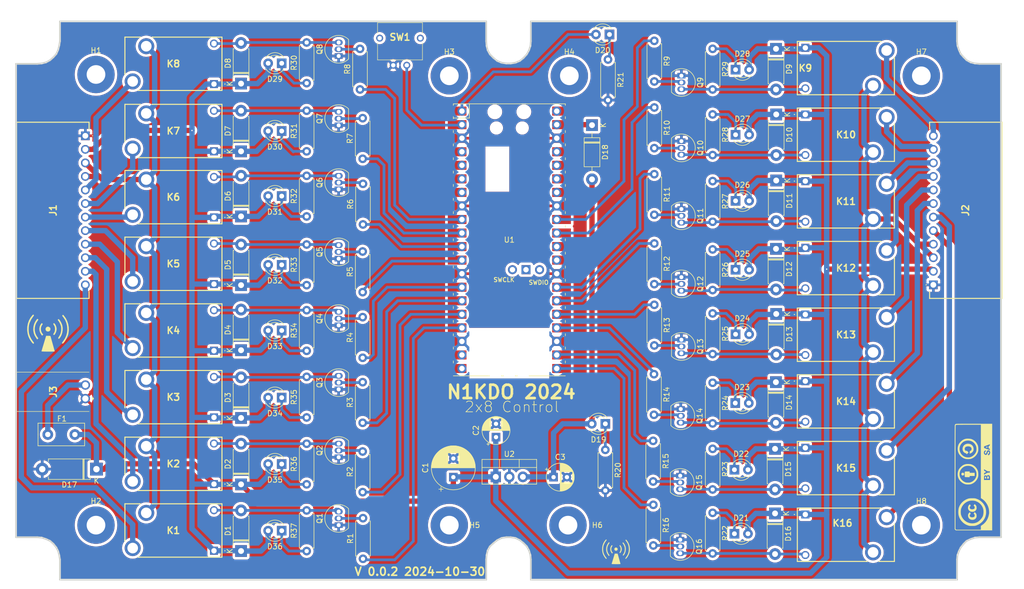
<source format=kicad_pcb>
(kicad_pcb (version 20240108) (generator "pcbnew") (generator_version "8.0")
  (title_block (title "2x8 Controller") (date "2024-10-30") (rev "0.0.2") (company "N1KDO 2024 CC-By-SA"))
  (layers (0 "F.Cu" signal) (31 "B.Cu" signal) (34 "B.Paste" user) (35 "F.Paste" user) (36 "B.SilkS" user "B.Silkscreen") (37 "F.SilkS" user "F.Silkscreen") (38 "B.Mask" user) (39 "F.Mask" user) (44 "Edge.Cuts" user))
  (net 0 "")
  (net 1 "+12V")
  (net 2 "GND")
  (net 3 "+5V")
  (net 4 "+3.3V")
  (net 5 "Net-(D1-A)")
  (net 6 "Net-(D2-A)")
  (net 7 "Net-(D3-A)")
  (net 8 "Net-(D4-A)")
  (net 9 "Net-(D5-A)")
  (net 10 "Net-(D6-A)")
  (net 11 "Net-(D7-A)")
  (net 12 "Net-(D8-A)")
  (net 13 "Net-(D9-A)")
  (net 14 "Net-(D10-A)")
  (net 15 "Net-(D11-A)")
  (net 16 "Net-(D12-A)")
  (net 17 "Net-(D13-A)")
  (net 18 "Net-(D14-A)")
  (net 19 "Net-(D15-A)")
  (net 20 "Net-(D16-A)")
  (net 21 "Net-(D18-K)")
  (net 22 "Net-(D19-K)")
  (net 23 "Net-(D20-K)")
  (net 24 "/BLINKY")
  (net 25 "Net-(D21-K)")
  (net 26 "Net-(D22-K)")
  (net 27 "Net-(D23-K)")
  (net 28 "Net-(D24-K)")
  (net 29 "Net-(D25-K)")
  (net 30 "Net-(D26-K)")
  (net 31 "Net-(D27-K)")
  (net 32 "Net-(D28-K)")
  (net 33 "Net-(D29-K)")
  (net 34 "Net-(D30-K)")
  (net 35 "Net-(D31-K)")
  (net 36 "Net-(D32-K)")
  (net 37 "Net-(D33-K)")
  (net 38 "Net-(D34-K)")
  (net 39 "Net-(D35-K)")
  (net 40 "Net-(D36-K)")
  (net 41 "/OA1")
  (net 42 "/OA2")
  (net 43 "/OA3")
  (net 44 "/OA4")
  (net 45 "/OA5")
  (net 46 "/OA6")
  (net 47 "/OA7")
  (net 48 "/OA8")
  (net 49 "/OAC")
  (net 50 "/OB1")
  (net 51 "/OB2")
  (net 52 "/OB3")
  (net 53 "/OB4")
  (net 54 "/OB5")
  (net 55 "/OB6")
  (net 56 "/OB7")
  (net 57 "/OB8")
  (net 58 "/OBC")
  (net 59 "Net-(Q1-G)")
  (net 60 "Net-(Q2-G)")
  (net 61 "Net-(Q3-G)")
  (net 62 "Net-(Q4-G)")
  (net 63 "Net-(Q5-G)")
  (net 64 "Net-(Q6-G)")
  (net 65 "Net-(Q7-G)")
  (net 66 "Net-(Q8-G)")
  (net 67 "Net-(Q9-G)")
  (net 68 "Net-(Q10-G)")
  (net 69 "Net-(Q11-G)")
  (net 70 "Net-(Q12-G)")
  (net 71 "Net-(Q13-G)")
  (net 72 "Net-(Q14-G)")
  (net 73 "Net-(Q15-G)")
  (net 74 "Net-(Q16-G)")
  (net 75 "/A1")
  (net 76 "/A2")
  (net 77 "/A3")
  (net 78 "/A4")
  (net 79 "/A5")
  (net 80 "/A6")
  (net 81 "/A7")
  (net 82 "/A8")
  (net 83 "/B1")
  (net 84 "/B2")
  (net 85 "/B3")
  (net 86 "/B4")
  (net 87 "/B5")
  (net 88 "/B6")
  (net 89 "/B7")
  (net 90 "/B8")
  (net 91 "Net-(U1-GPIO1)")
  (net 96 "unconnected-(U1-GPIO2-Pad4)_1")
  (net 107 "Net-(F1-Pad1)")
  (footprint "Package_TO_SOT_THT:TO-92_Inline" (layer "F.Cu") (at 176.54 117.73 -90)
    (property "Reference" "Q16")
    (property "Value" "2N7000")
  )
  (footprint "Resistor_THT:R_Axial_DIN0207_L6.3mm_D2.5mm_P7.62mm_Horizontal" (layer "F.Cu") (at 171.68 36.69 -90)
    (property "Reference" "R10")
    (property "Value" "100")
  )
  (footprint "Library:AHQSH112LM112G" (layer "F.Cu") (at 200 75.5)
    (property "Reference" "K13")
    (property "Value" "AHQSH112LM100G" (hide yes))
  )
  (footprint "Diode_THT:D_DO-41_SOD81_P7.62mm_Horizontal" (layer "F.Cu") (at 194.54 37.99 -90)
    (property "Reference" "D10")
    (property "Value" "1N4002")
  )
  (footprint "LED_THT:LED_D3.0mm" (layer "F.Cu") (at 101.82 78.5 180)
    (property "Reference" "D33")
    (property "Value" "RED LED")
  )
  (footprint "Resistor_THT:R_Axial_DIN0207_L6.3mm_D2.5mm_P7.62mm_Horizontal" (layer "F.Cu") (at 117 46.31 90)
    (property "Reference" "R7")
    (property "Value" "100")
  )
  (footprint "Resistor_THT:R_Axial_DIN0207_L6.3mm_D2.5mm_P7.62mm_Horizontal" (layer "F.Cu") (at 182.62 50.49 -90)
    (property "Reference" "R27")
    (property "Value" "1K")
  )
  (footprint "Package_TO_SOT_THT:TO-92_Inline" (layer "F.Cu") (at 112.5 115 90)
    (property "Reference" "Q1")
    (property "Value" "2N7000")
  )
  (footprint "Library:AHQSH112LM112G" (layer "F.Cu") (at 200 25.5)
    (property "Reference" "K9")
    (property "Value" "AHQSH112LM100G" (hide yes))
  )
  (footprint "Library:AHQSH112LM112G" (layer "F.Cu") (at 89.12 57.3 180)
    (property "Reference" "K6")
    (property "Value" "AHQSH112LM100G" (hide yes))
  )
  (footprint "Resistor_THT:R_Axial_DIN0207_L6.3mm_D2.5mm_P7.62mm_Horizontal" (layer "F.Cu") (at 117 83.62 90)
    (property "Reference" "R4")
    (property "Value" "100")
  )
  (footprint "Resistor_THT:R_Axial_DIN0207_L6.3mm_D2.5mm_P7.62mm_Horizontal" (layer "F.Cu") (at 106.5 94.81 90)
    (property "Reference" "R35")
    (property "Value" "1K")
  )
  (footprint "LED_THT:LED_D3.0mm" (layer "F.Cu") (at 186.92 29.6)
    (property "Reference" "D28")
    (property "Value" "RED LED")
  )
  (footprint "Library:AHQSH112LM112G" (layer "F.Cu") (at 200 50.5)
    (property "Reference" "K11")
    (property "Value" "AHQSH112LM100G" (hide yes))
  )
  (footprint "LED_THT:LED_D3.0mm" (layer "F.Cu") (at 186.92 79.21)
    (property "Reference" "D24")
    (property "Value" "RED LED")
  )
  (footprint "Resistor_THT:R_Axial_DIN0207_L6.3mm_D2.5mm_P7.62mm_Horizontal" (layer "F.Cu") (at 182.62 100.69 -90)
    (property "Reference" "R23")
    (property "Value" "1K")
  )
  (footprint "Diode_THT:D_DO-41_SOD81_P7.62mm_Horizontal" (layer "F.Cu") (at 94.2 70 90)
    (property "Reference" "D5")
    (property "Value" "1N4002")
  )
  (footprint "Resistor_THT:R_Axial_DIN0207_L6.3mm_D2.5mm_P7.62mm_Horizontal" (layer "F.Cu") (at 182.62 88.3 -90)
    (property "Reference" "R24")
    (property "Value" "1K")
  )
  (footprint "LED_THT:LED_D3.0mm" (layer "F.Cu") (at 186.7 116.61)
    (property "Reference" "D21")
    (property "Value" "RED LED")
  )
  (footprint "Resistor_THT:R_Axial_DIN0207_L6.3mm_D2.5mm_P7.62mm_Horizontal" (layer "F.Cu") (at 106.5 44.91 90)
    (property "Reference" "R31")
    (property "Value" "1K")
  )
  (footprint "Resistor_THT:R_Axial_DIN0207_L6.3mm_D2.5mm_P7.62mm_Horizontal" (layer "F.Cu") (at 117.06 58.62 90)
    (property "Reference" "R6")
    (property "Value" "100")
  )
  (footprint "parts:non-ionizing" (layer "F.Cu") (at 164.5 120)
    (property "Reference" "G***" (hide yes))
    (property "Value" "LOGO" (hide yes))
  )
  (footprint "Library:AHQSH112LM112G" (layer "F.Cu") (at 89.12 69.8 180)
    (property "Reference" "K5")
    (property "Value" "AHQSH112LM100G" (hide yes))
  )
  (footprint "Package_TO_SOT_THT:TO-220-3_Vertical" (layer "F.Cu") (at 141.96 105.945)
    (property "Reference" "U2")
    (property "Value" "L7805")
  )
  (footprint "Resistor_THT:R_Axial_DIN0207_L6.3mm_D2.5mm_P7.62mm_Horizontal" (layer "F.Cu") (at 182.62 63.3 -90)
    (property "Reference" "R26")
    (property "Value" "1K")
  )
  (footprint "Library:AHQSH112LM112G" (layer "F.Cu") (at 89.12 44.9 180)
    (property "Reference" "K7")
    (property "Value" "AHQSH112LM100G" (hide yes))
  )
  (footprint "Library:AHQSH112LM112G" (layer "F.Cu") (at 200 113)
    (property "Reference" "K16")
    (property "Value" "AHQSH112LM100G" (hide yes))
  )
  (footprint "Diode_THT:D_DO-41_SOD81_P7.62mm_Horizontal" (layer "F.Cu") (at 94.2 57.11 90)
    (property "Reference" "D6")
    (property "Value" "1N4002")
  )
  (footprint "Package_TO_SOT_THT:TO-92_Inline" (layer "F.Cu") (at 112.5 52.04 90)
    (property "Reference" "Q6")
    (property "Value" "2N7000")
  )
  (footprint "Package_TO_SOT_THT:TO-92_Inline" (layer "F.Cu") (at 176.76 55.73 -90)
    (property "Reference" "Q11")
    (property "Value" "2N7000")
  )
  (footprint "Diode_THT:D_DO-41_SOD81_P7.62mm_Horizontal" (layer "F.Cu") (at 194.5 25.69 -90)
    (property "Reference" "D9")
    (property "Value" "1N4002")
  )
  (footprint "Package_TO_SOT_THT:TO-92_Inline" (layer "F.Cu") (at 176.76 30.73 -90)
    (property "Reference" "Q9")
    (property "Value" "2N7000")
  )
  (footprint "MountingHole:MountingHole_3.5mm_Pad" (layer "F.Cu") (at 133.25 30.75)
    (property "Reference" "H3")
    (property "Value" "MountingHole")
  )
  (footprint "Diode_THT:D_DO-41_SOD81_P7.62mm_Horizontal" (layer "F.Cu") (at 194.54 50.38 -90)
    (property "Reference" "D11")
    (property "Value" "1N4002")
  )
  (footprint "LED_THT:LED_D3.0mm" (layer "F.Cu") (at 186.92 54.19)
    (property "Reference" "D26")
    (property "Value" "RED LED")
  )
  (footprint "LED_THT:LED_D3.0mm" (layer "F.Cu") (at 101.82 41.1 180)
    (property "Reference" "D30")
    (property "Value" "RED LED")
  )
  (footprint "Resistor_THT:R_Axial_DIN0207_L6.3mm_D2.5mm_P7.62mm_Horizontal" (layer "F.Cu") (at 182.62 37.99 -90)
    (property "Reference" "R28")
    (property "Value" "1K")
  )
  (footprint "Resistor_THT:R_Axial_DIN0207_L6.3mm_D2.5mm_P7.62mm_Horizontal" (layer "F.Cu") (at 117.06 121.31 90)
    (property "Reference" "R1")
    (property "Value" "100")
  )
  (footprint "Package_TO_SOT_THT:TO-92_Inline" (layer "F.Cu") (at 112.5 65.04 90)
    (property "Reference" "Q5")
    (property "Value" "2N7000")
  )
  (footprint "MountingHole:MountingHole_3.5mm_Pad" (layer "F.Cu") (at 67 115)
    (property "Reference" "H2")
    (property "Value" "MountingHole")
  )
  (footprint "Package_TO_SOT_THT:TO-92_Inline" (layer "F.Cu") (at 176.76 43 -90)
    (property "Reference" "Q10")
    (property "Value" "2N7000")
  )
  (footprint "MountingHole:MountingHole_3.5mm_Pad" (layer "F.Cu") (at 221.75 30.75)
    (property "Reference" "H7")
    (property "Value" "MountingHole")
  )
  (footprint "Package_TO_SOT_THT:TO-92_Inline" (layer "F.Cu") (at 112.5 27.04 90)
    (property "Reference" "Q8")
    (property "Value" "2N7000")
  )
  (footprint "MountingHole:MountingHole_3.5mm_Pad" (layer "F.Cu") (at 155.5 115)
    (property "Reference" "H6")
    (property "Value" "MountingHole")
  )
  (footprint "LED_THT:LED_D3.0mm" (layer "F.Cu") (at 163.275 23 180)
    (property "Reference" "D20")
    (property "Value" "LED")
  )
  (footprint "LED_THT:LED_D3.0mm" (layer "F.Cu") (at 101.82 66.19 180)
    (property "Reference" "D32")
    (property "Value" "RED LED")
  )
  (footprint "LED_THT:LED_D3.0mm" (layer "F.Cu") (at 186.92 67.11)
    (property "Reference" "D25")
    (property "Value" "RED LED")
  )
  (footprint "Package_TO_SOT_THT:TO-92_Inline" (layer "F.Cu") (at 112.5 102.27 90)
    (property "Reference" "Q2")
    (property "Value" "2N7000")
  )
  (footprint "LED_THT:LED_D3.0mm" (layer "F.Cu") (at 101.82 91.09 180)
    (property "Reference" "D34")
    (property "Value" "RED LED")
  )
  (footprint "Resistor_THT:R_Axial_DIN0207_L6.3mm_D2.5mm_P7.62mm_Horizontal" (layer "F.Cu") (at 106.5 119.86 90)
    (property "Reference" "R37")
    (property "Value" "1K")
  )
  (footprint "Package_TO_SOT_THT:TO-92_Inline" (layer "F.Cu") (at 176.54 105.73 -90)
    (property "Reference" "Q15")
    (property "Value" "2N7000")
  )
  (footprint "Resistor_THT:R_Axial_DIN0207_L6.3mm_D2.5mm_P7.62mm_Horizontal" (layer "F.Cu") (at 171.5 111.19 -90)
    (property "Reference" "R16")
    (property "Value" "100")
  )
  (footprint "MountingHole:MountingHole_3.5mm_Pad" (layer "F.Cu") (at 133.25 115)
    (property "Reference" "H5")
    (property "Value" "MountingHole")
  )
  (footprint "LED_THT:LED_D3.0mm" (layer "F.Cu") (at 186.92 41.8)
    (property "Reference" "D27")
    (property "Value" "RED LED")
  )
  (footprint "Diode_THT:D_DO-41_SOD81_P7.62mm_Horizontal" (layer "F.Cu") (at 94.2 107.35 90)
    (property "Reference" "D2")
    (property "Value" "1N4002")
  )
  (footprint "Resistor_THT:R_Axial_DIN0207_L6.3mm_D2.5mm_P7.62mm_Horizontal" (layer "F.Cu") (at 171.68 24.19 -90)
    (property "Reference" "R9")
    (property "Value" "100")
  )
  (footprint "Library:AHQSH112LM112G" (layer "F.Cu") (at 89.12 94.8 180)
    (property "Reference" "K3")
    (property "Value" "AHQSH112LM100G" (hide yes))
  )
  (footprint "Resistor_THT:R_Axial_DIN0207_L6.3mm_D2.5mm_P7.62mm_Horizontal" (layer "F.Cu") (at 163 27.69 -90)
    (property "Reference" "R21")
    (property "Value" "330")
  )
  (footprint "LED_THT:LED_D3.0mm" (layer "F.Cu") (at 162.5 96 180)
    (property "Reference" "D19")
    (property "Value" "RED LED")
  )
  (footprint "LED_THT:LED_D3.0mm" (layer "F.Cu") (at 101.82 116.04 180)
    (property "Reference" "D36")
    (property "Value" "RED LED")
  )
  (footprint "parts:CC-BY-SA" (layer "F.Cu") (at 231.5 106 90)
    (property "Reference" "Ref**" (hide yes))
    (property "Value" "Val**" (hide yes))
  )
  (footprint "Diode_THT:D_DO-41_SOD81_P7.62mm_Horizontal" (layer "F.Cu") (at 94.2 44.91 90)
    (property "Reference" "D7")
    (property "Value" "1N4002")
  )
  (footprint "Resistor_THT:R_Axial_DIN0207_L6.3mm_D2.5mm_P7.62mm_Horizontal" (layer "F.Cu") (at 117 108.81 90)
    (property "Reference" "R2")
    (property "Value" "100")
  )
  (footprint "Diode_THT:D_DO-41_SOD81_P7.62mm_Horizontal" (layer "F.Cu") (at 194.5 63.19 -90)
    (property "Reference" "D12")
    (property "Value" "1N4002")
  )
  (footprint "LED_THT:LED_D3.0mm" (layer "F.Cu") (at 101.82 28.4 180)
    (property "Reference" "D29")
    (property "Value" "RED LED")
  )
  (footprint "Package_TO_SOT_THT:TO-92_Inline" (layer "F.Cu") (at 112.5 77.54 90)
    (property "Reference" "Q4")
    (property "Value" "2N7000")
  )
  (footprint "Library:705530001" (layer "F.Cu") (at 65.006 91.27 -90)
    (property "Reference" "J3")
    (property "Value" "POWER" (hide yes))
  )
  (footprint "Diode_THT:D_DO-41_SOD81_P7.62mm_Horizontal" (layer "F.Cu") (at 94.2 82.2 90)
    (property "Reference" "D4")
    (property "Value" "1N4002")
  )
  (footprint "Diode_THT:D_DO-41_SOD81_P7.62mm_Horizontal" (layer "F.Cu") (at 194.32 112.8 -90)
    (property "Reference" "D16")
    (property "Value" "1N4002")
  )
  (footprint "Diode_THT:D_DO-41_SOD81_P10.16mm_Horizontal" (layer "F.Cu") (at 160 40 -90)
    (property "Reference" "D18")
    (property "Value" "1N5819")
  )
  (footprint "parts:RPi_PicoW_SMD_TH" (layer "F.Cu") (at 144.5 61.5)
    (property "Reference" "U1")
    (property "Value" "PicoW")
  )
  (footprint "Diode_THT:D_DO-41_SOD81_P7.62mm_Horizontal" (layer "F.Cu") (at 94.2 119.85 90)
    (property "Reference" "D1")
    (property "Value" "1N4002")
  )
  (footprint "Package_TO_SOT_THT:TO-92_Inline" (layer "F.Cu") (at 112.5 89.54 90)
    (property "Reference" "Q3")
    (property "Value" "2N7000")
  )
  (footprint "Diode_THT:D_DO-41_SOD81_P7.62mm_Horizontal" (layer "F.Cu") (at 94.2 94.9 90)
    (property "Reference" "D3")
    (property "Value" "1N4002")
  )
  (footprint "Resistor_THT:R_Axial_DIN0207_L6.3mm_D2.5mm_P7.62mm_Horizontal" (layer "F.Cu") (at 171.68 73.69 -90)
    (property "Reference" "R13")
    (property "Value" "100")
  )
  (footprint "Resistor_THT:R_Axial_DIN0207_L6.3mm_D2.5mm_P7.62mm_Horizontal" (layer "F.Cu") (at 182.62 112.69 -90)
    (property "Reference" "R22")
    (property "Value" "1K")
  )
  (footprint "Library:AHQSH112LM112G" (layer "F.Cu") (at 200 63)
    (property "Reference" "K12")
    (property "Value" "AHQSH112LM100G" (hide yes))
  )
  (footprint "Library:RUEF090" (layer "F.Cu") (at 57.96 98)
    (property "Reference" "F1")
    (property "Value" "Polyfuse")
  )
  (footprint "Resistor_THT:R_Axial_DIN0207_L6.3mm_D2.5mm_P7.62mm_Horizontal" (layer "F.Cu") (at 106.5 57.12 90)
    (property "Reference" "R32")
    (property "Value" "1K")
  )
  (footprint "LED_THT:LED_D3.0mm" (layer "F.Cu") (at 186.7 104.61)
    (property "Reference" "D22")
    (property "Value" "RED LED")
  )
  (footprint "Package_TO_SOT_THT:TO-92_Inline" (layer "F.Cu") (at 176.76 80.23 -90)
    (property "Reference" "Q13")
    (property "Value" "2N7000")
  )
  (footprint "parts:non-ionizing-bigger" (layer "F.Cu") (at 58 79)
    (property "Reference" "G***" (hide yes))
    (property "Value" "LOGO" (hide yes))
  )
  (footprint "MountingHole:MountingHole_3.5mm_Pad" (layer "F.Cu") (at 221.75 115)
    (property "Reference" "H8")
    (property "Value" "MountingHole")
  )
  (footprint "Library:AHQSH112LM112G" (layer "F.Cu") (at 89.12 82.3 180)
    (property "Reference" "K4")
    (property "Value" "AHQSH112LM100G" (hide yes))
  )
  (footprint "Capacitor_THT:CP_Radial_D8.0mm_P3.50mm" (layer "F.Cu") (at 134 106 90)
    (property "Reference" "C1")
    (property "Value" "220")
  )
  (footprint "Resistor_THT:R_Axial_DIN0207_L6.3mm_D2.5mm_P7.62mm_Horizontal" (layer "F.Cu") (at 106.5 70 90)
    (property "Reference" "R33")
    (property "Value" "1K")
  )
  (footprint "LED_THT:LED_D3.0mm" (layer "F.Cu") (at 186.86 92.11)
    (property "Reference" "D23")
    (property "Value" "RED LED")
  )
  (footprint "Resistor_THT:R_Axial_DIN0207_L6.3mm_D2.5mm_P7.62mm_Horizontal" (layer "F.Cu") (at 116.5 33.31 90)
    (property "Reference" "R8")
    (property "Value" "100")
  )
  (footprint "LED_THT:LED_D3.0mm" (layer "F.Cu") (at 101.82 53.3 180)
    (property "Reference" "D31")
    (property "Value" "RED LED")
  )
  (footprint "Resistor_THT:R_Axial_DIN0207_L6.3mm_D2.5mm_P7.62mm_Horizontal" (layer "F.Cu") (at 106.5 107.35 90)
    (property "Reference" "R36")
    (property "Value" "1K")
  )
  (footprint "Library:AHQSH112LM112G" (layer "F.Cu") (at 89.12 32.3 180)
    (property "Reference" "K8")
    (property "Value" "AHQSH112LM100G" (hide yes))
  )
  (footprint "Resistor_THT:R_Axial_DIN0207_L6.3mm_D2.5mm_P7.62mm_Horizontal" (layer "F.Cu") (at 106.5 82.31 90)
    (property "Reference" "R34")
    (property "Value" "1K")
  )
  (footprint "Library:AHQSH112LM112G" (layer "F.Cu") (at 200 88)
    (property "Reference" "K14")
    (property "Value" "AHQSH112LM100G" (hide yes))
  )
  (footprint "Library:AHQSH112LM112G" (layer "F.Cu") (at 89.12 107.3 180)
    (property "Reference" "K2")
    (property "Value" "AHQSH112LM100G" (hide yes))
  )
  (footprint "Library:AHQSH112LM112G" (layer "F.Cu") (at 89.12 119.8 180)
    (property "Reference" "K1")
    (property "Value" "AHQSH112LM100G" (hide yes))
  )
  (footprint "LED_THT:LED_D3.0mm" (layer "F.Cu") (at 101.82 103.54 180)
    (property "Reference" "D35")
    (property "Value" "RED LED")
  )
  (footprint "Diode_THT:D_DO-41_SOD81_P7.62mm_Horizontal" (layer "F.Cu") (at 194.32 100.69 -90)
    (property "Reference" "D15")
    (property "Value" "1N4002")
  )
  (footprint "Diode_THT:D_DO-41_SOD81_P7.62mm_Horizontal" (layer "F.Cu") (at 194.48 88.19 -90)
    (property "Reference" "D14")
    (property "Value" "1N4002")
  )
  (footprint "Library:AHQSH112LM112G" (layer "F.Cu") (at 200 100.5)
    (property "Reference" "K15")
    (property "Value" "AHQSH112LM100G" (hide yes))
  )
  (footprint "MountingHole:MountingHole_3.5mm_Pad" (layer "F.Cu") (at 67 30.5)
    (property "Reference" "H1")
    (property "Value" "MountingHole")
  )
  (footprint "Resistor_THT:R_Axial_DIN0207_L6.3mm_D2.5mm_P7.62mm_Horizontal" (layer "F.Cu") (at 162.5 100.88 -90)
    (property "Reference" "R20")
    (property "Value" "470")
  )
  (footprint "Resistor_THT:R_Axial_DIN0207_L6.3mm_D2.5mm_P7.62mm_Horizontal" (layer "F.Cu") (at 117 71.31 90)
    (property "Reference" "R5")
    (property "Value" "100")
  )
  (footprint "Resistor_THT:R_Axial_DIN0207_L6.3mm_D2.5mm_P7.62mm_Horizontal" (layer "F.Cu") (at 106.5 32.12 90)
    (property "Reference" "R30")
    (property "Value" "1K")
  )
  (footprint "MountingHole:MountingHole_3.5mm_Pad" (layer "F.Cu") (at 155.75 30.75)
    (property "Reference" "H4")
    (property "Value" "MountingHole")
  )
  (footprint "Library:705530116" (layer "F.Cu") (at 65 42 -90)
    (property "Reference" "J1")
    (property "Value" "Conn_01x12_Socket" (hide yes))
  )
  (footprint "Library:705530116" (layer "F.Cu") (at 224 69.94 90)
    (property "Reference" "J2")
    (property "Value" "Conn_01x12_Socket" (hide yes))
  )
  (footprint "Package_TO_SOT_THT:TO-92_Inline" (layer "F.Cu") (at 176.64 93.23 -90)
    (property "Reference" "Q14")
    (property "Value" "2N7000")
  )
  (footprint "Diode_THT:D_DO-41_SOD81_P7.62mm_Horizontal" (layer "F.Cu") (at 194.54 75.4 -90)
    (property "Reference" "D13")
    (property "Value" "1N4002")
  )
  (footprint "Resistor_THT:R_Axial_DIN0207_L6.3mm_D2.5mm_P7.62mm_Horizontal" (layer "F.Cu") (at 171.68 49.19 -90)
    (property "Reference" "R11")
    (property "Value" "100")
  )
  (footprint "Package_TO_SOT_THT:TO-92_Inline" (layer "F.Cu") (at 176.76 68.5 -90)
    (property "Reference" "Q12")
    (property "Value" "2N7000")
  )
  (footprint "parts:GB215AHB" (layer "F.Cu") (at 122.73 28.765 180)
    (property "Reference" "SW1")
    (property "Value" "Mode Button" (hide yes))
  )
  (footprint "Capacitor_THT:CP_Radial_D5.0mm_P2.50mm" (layer "F.Cu") (at 142 98.5 90)
    (property "Reference" "C2")
    (property "Value" "2.2")
  )
  (footprint "Resistor_THT:R_Axial_DIN0207_L6.3mm_D2.5mm_P7.62mm_Horizontal" (layer "F.Cu") (at 117 95.81 90)
    (property "Reference" "R3")
    (property "Value" "100")
  )
  (footprint "Resistor_THT:R_Axial_DIN0207_L6.3mm_D2.5mm_P7.62mm_Horizontal" (layer "F.Cu") (at 182.62 75.3 -90)
    (property "Reference" "R25")
    (property "Value" "1K")
  )
  (footprint "Diode_THT:D_DO-41_SOD81_P7.62mm_Horizontal" (layer "F.Cu") (at 94.2 32.21 90)
    (property "Reference" "D8")
    (property "Value" "1N4002")
  )
  (footprint "Library:AHQSH112LM112G" (layer "F.Cu") (at 200 38)
    (property "Reference" "K10")
    (property "Value" "AHQSH112LM100G" (hide yes))
  )
  (footprint "Diode_THT:D_DO-15_P10.16mm_Horizontal" (layer "F.Cu") (at 67.08 104.5 180)
    (property "Reference" "D17")
    (property "Value" "1N4002")
  )
  (footprint "Resistor_THT:R_Axial_DIN0207_L6.3mm_D2.5mm_P7.62mm_Horizontal" (layer "F.Cu") (at 171.62 86.69 -90)
    (property "Reference" "R14")
    (property "Value" "100")
  )
  (footprint "Package_TO_SOT_THT:TO-92_Inline" (layer "F.Cu") (at 112.5 40.04 90)
    (property "Reference" "Q7")
    (property "Value" "2N7000")
  )
  (footprint "Capacitor_THT:CP_Radial_D5.0mm_P2.50mm" (layer "F.Cu") (at 152.794888 106)
    (property "Reference" "C3")
    (property "Value" "2.2")
  )
  (footprint "Resistor_THT:R_Axial_DIN0207_L6.3mm_D2.5mm_P7.62mm_Horizontal" (layer "F.Cu") (at 171.46 99.19 -90)
    (property "Reference" "R15")
    (property "Value" "100")
  )
  (footprint "Resistor_THT:R_Axial_DIN0207_L6.3mm_D2.5mm_P7.62mm_Horizontal" (layer "F.Cu") (at 182.62 25.69 -90)
    (property "Reference" "R29")
    (property "Value" "1K")
  )
  (footprint "Resistor_THT:R_Axial_DIN0207_L6.3mm_D2.5mm_P7.62mm_Horizontal" (layer "F.Cu") (at 171.68 62.19 -90)
    (property "Reference" "R12")
    (property "Value" "100")
  )
  (gr_line (start 140.228152 120.623014) (end 140.159503 121.446088) (stroke (width 0.329387)) (layer "Edge.Cuts"))
  (gr_line (start 148.534915 125.218626) (end 148.534915 121.446088) (stroke (width 0.329387)) (layer "Edge.Cuts"))
  (gr_line (start 59.90675 119.868497) (end 59.563498 119.182577) (stroke (width 0.329387)) (layer "Edge.Cuts"))
  (gr_line (start 228.787669 25.898166) (end 229.130916 26.652669) (stroke (width 0.329387)) (layer "Edge.Cuts"))
  (gr_line (start 143.04285 28.29886) (end 143.93529 28.436036) (stroke (width 0.329387)) (layer "Edge.Cuts"))
  (gr_line (start 148.191653 119.731321) (end 147.779742 118.976804) (stroke (width 0.329387)) (layer "Edge.Cuts"))
  (gr_line (start 228.513057 25.075063) (end 228.787669 25.898166) (stroke (width 0.329387)) (layer "Edge.Cuts"))
  (gr_line (start 146.47539 117.810751) (end 145.651568 117.399213) (stroke (width 0.329387)) (layer "Edge.Cuts"))
  (gr_line (start 60.25 125.218626) (end 60.25 121.446088) (stroke (width 0.329387)) (layer "Edge.Cuts"))
  (gr_line (start 228.444407 121.446088) (end 228.444407 125.218626) (stroke (width 0.329387)) (layer "Edge.Cuts"))
  (gr_line (start 148.466266 120.623014) (end 148.191653 119.731321) (stroke (width 0.329387)) (layer "Edge.Cuts"))
  (gr_line (start 228.513057 120.623022) (end 228.513057 120.623014) (stroke (width 0.329387)) (layer "Edge.Cuts"))
  (gr_line (start 57.641274 28.23026) (end 58.39643 27.81874) (stroke (width 0.329387)) (layer "Edge.Cuts"))
  (gr_line (start 140.159503 20.548027) (end 140.159503 24.25197) (stroke (width 0.329387)) (layer "Edge.Cuts"))
  (gr_line (start 140.159503 125.218626) (end 60.25 125.218626) (stroke (width 0.329387)) (layer "Edge.Cuts"))
  (gr_line (start 236.682521 117.262037) (end 232.632121 117.262037) (stroke (width 0.329387)) (layer "Edge.Cuts"))
  (gr_line (start 231.808314 28.436028) (end 232.632121 28.50463) (stroke (width 0.329387)) (layer "Edge.Cuts"))
  (gr_line (start 148.5349 20.548027) (end 228.444407 20.548027) (stroke (width 0.329387)) (layer "Edge.Cuts"))
  (gr_line (start 57.641276 117.605001) (end 56.81746 117.330633) (stroke (width 0.329387)) (layer "Edge.Cuts"))
  (gr_line (start 229.130916 119.182584) (end 228.787669 119.868505) (stroke (width 0.329387)) (layer "Edge.Cuts"))
  (gr_line (start 228.787669 119.868505) (end 228.513057 120.623022) (stroke (width 0.329387)) (layer "Edge.Cuts"))
  (gr_line (start 60.25 24.251972) (end 60.25 20.548027) (stroke (width 0.329387)) (layer "Edge.Cuts"))
  (gr_line (start 141.532519 118.359472) (end 140.846026 118.976804) (stroke (width 0.329387)) (layer "Edge.Cuts"))
  (gr_line (start 229.68011 118.496664) (end 229.130916 119.182584) (stroke (width 0.329387)) (layer "Edge.Cuts"))
  (gr_line (start 59.563498 26.652671) (end 59.90675 25.898168) (stroke (width 0.329387)) (layer "Edge.Cuts"))
  (gr_line (start 229.68011 27.270001) (end 230.22932 27.818738) (stroke (width 0.329387)) (layer "Edge.Cuts"))
  (gr_line (start 147.779727 26.721267) (end 148.191638 25.966756) (stroke (width 0.329387)) (layer "Edge.Cuts"))
  (gr_line (start 228.513057 120.623014) (end 228.444407 121.446088) (stroke (width 0.329387)) (layer "Edge.Cuts"))
  (gr_line (start 141.532519 27.407188) (end 142.219028 27.955913) (stroke (width 0.329387)) (layer "Edge.Cuts"))
  (gr_line (start 148.5349 24.25197) (end 148.5349 20.548027) (stroke (width 0.329387)) (layer "Edge.Cuts"))
  (gr_line (start 230.984492 28.230258) (end 231.808314 28.436028) (stroke (width 0.329387)) (layer "Edge.Cuts"))
  (gr_line (start 59.563498 119.182577) (end 59.014304 118.496656) (stroke (width 0.329387)) (layer "Edge.Cuts"))
  (gr_line (start 143.93529 28.436036) (end 144.759112 28.436036) (stroke (width 0.329387)) (layer "Edge.Cuts"))
  (gr_line (start 140.846026 118.976804) (end 140.434115 119.731321) (stroke (width 0.329387)) (layer "Edge.Cuts"))
  (gr_line (start 148.191638 25.966756) (end 148.46625 25.143659) (stroke (width 0.329387)) (layer "Edge.Cuts"))
  (gr_line (start 140.846026 26.721267) (end 141.532519 27.407188) (stroke (width 0.329387)) (layer "Edge.Cuts"))
  (gr_line (start 142.219028 117.810751) (end 141.532519 118.359472) (stroke (width 0.329387)) (layer "Edge.Cuts"))
  (gr_line (start 147.161883 118.359472) (end 146.47539 117.810751) (stroke (width 0.329387)) (layer "Edge.Cuts"))
  (gr_line (start 148.46625 25.143659) (end 148.5349 24.25197) (stroke (width 0.329387)) (layer "Edge.Cuts"))
  (gr_line (start 55.993643 28.504632) (end 56.817454 28.436032) (stroke (width 0.329387)) (layer "Edge.Cuts"))
  (gr_line (start 52.011903 28.504632) (end 55.993643 28.504632) (stroke (width 0.329387)) (layer "Edge.Cuts"))
  (gr_line (start 145.651553 28.29886) (end 146.475375 27.955913) (stroke (width 0.329387)) (layer "Edge.Cuts"))
  (gr_line (start 142.219028 27.955913) (end 143.04285 28.29886) (stroke (width 0.329387)) (layer "Edge.Cuts"))
  (gr_line (start 55.993649 117.262045) (end 52.011903 117.262045) (stroke (width 0.329387)) (layer "Edge.Cuts"))
  (gr_line (start 229.130916 26.652669) (end 229.68011 27.270001) (stroke (width 0.329387)) (layer "Edge.Cuts"))
  (gr_line (start 148.534915 121.446088) (end 148.466266 120.623014) (stroke (width 0.329387)) (layer "Edge.Cuts"))
  (gr_line (start 140.159503 121.446088) (end 140.159503 125.218626) (stroke (width 0.329387)) (layer "Edge.Cuts"))
  (gr_line (start 232.632121 28.50463) (end 236.682521 28.50463) (stroke (width 0.329387)) (layer "Edge.Cuts"))
  (gr_line (start 230.984492 117.604993) (end 230.22932 117.947927) (stroke (width 0.329387)) (layer "Edge.Cuts"))
  (gr_line (start 144.759112 28.436036) (end 145.651553 28.29886) (stroke (width 0.329387)) (layer "Edge.Cuts"))
  (gr_line (start 230.22932 27.818738) (end 230.984492 28.230258) (stroke (width 0.329387)) (layer "Edge.Cuts"))
  (gr_line (start 144.759128 117.262022) (end 143.935306 117.262022) (stroke (width 0.329387)) (layer "Edge.Cuts"))
  (gr_line (start 140.4341 25.966756) (end 140.846026 26.721267) (stroke (width 0.329387)) (layer "Edge.Cuts"))
  (gr_line (start 228.444407 24.25197) (end 228.513057 25.075063) (stroke (width 0.329387)) (layer "Edge.Cuts"))
  (gr_line (start 56.81746 117.330633) (end 55.993649 117.262045) (stroke (width 0.329387)) (layer "Edge.Cuts"))
  (gr_line (start 58.396431 117.947927) (end 57.641276 117.605001) (stroke (width 0.329387)) (layer "Edge.Cuts"))
  (gr_line (start 232.632121 117.262037) (end 231.808314 117.330625) (stroke (width 0.329387)) (layer "Edge.Cuts"))
  (gr_line (start 147.779742 118.976804) (end 147.161883 118.359472) (stroke (width 0.329387)) (layer "Edge.Cuts"))
  (gr_line (start 230.22932 117.947927) (end 229.68011 118.496664) (stroke (width 0.329387)) (layer "Edge.Cuts"))
  (gr_line (start 60.112701 120.623014) (end 59.90675 119.868497) (stroke (width 0.329387)) (layer "Edge.Cuts"))
  (gr_line (start 236.682521 28.50463) (end 236.682521 117.262037) (stroke (width 0.329387)) (layer "Edge.Cuts"))
  (gr_line (start 143.04285 117.399213) (end 142.219028 117.810751) (stroke (width 0.329387)) (layer "Edge.Cuts"))
  (gr_line (start 145.651568 117.399213) (end 144.759128 117.262022) (stroke (width 0.329387)) (layer "Edge.Cuts"))
  (gr_line (start 140.159503 24.25197) (end 140.228152 25.143659) (stroke (width 0.329387)) (layer "Edge.Cuts"))
  (gr_line (start 59.014304 27.270003) (end 59.563498 26.652671) (stroke (width 0.329387)) (layer "Edge.Cuts"))
  (gr_line (start 58.39643 27.81874) (end 59.014304 27.270003) (stroke (width 0.329387)) (layer "Edge.Cuts"))
  (gr_line (start 59.014304 118.496656) (end 58.396431 117.947927) (stroke (width 0.329387)) (layer "Edge.Cuts"))
  (gr_line (start 228.444407 20.548027) (end 228.444407 24.25197) (stroke (width 0.329387)) (layer "Edge.Cuts"))
  (gr_line (start 59.90675 25.898168) (end 60.112696 25.075065) (stroke (width 0.329387)) (layer "Edge.Cuts"))
  (gr_line (start 56.817454 28.436032) (end 57.641274 28.23026) (stroke (width 0.329387)) (layer "Edge.Cuts"))
  (gr_line (start 60.25 121.446088) (end 60.112701 120.623014) (stroke (width 0.329387)) (layer "Edge.Cuts"))
  (gr_line (start 140.434115 119.731321) (end 140.228152 120.623014) (stroke (width 0.329387)) (layer "Edge.Cuts"))
  (gr_line (start 60.25 20.548027) (end 140.159503 20.548027) (stroke (width 0.329387)) (layer "Edge.Cuts"))
  (gr_line (start 231.808314 117.330625) (end 230.984492 117.604993) (stroke (width 0.329387)) (layer "Edge.Cuts"))
  (gr_line (start 147.161868 27.407188) (end 147.779727 26.721267) (stroke (width 0.329387)) (layer "Edge.Cuts"))
  (gr_line (start 52.011903 117.262045) (end 52.011903 28.504632) (stroke (width 0.329387)) (layer "Edge.Cuts"))
  (gr_line (start 140.228152 25.143659) (end 140.4341 25.966756) (stroke (width 0.329387)) (layer "Edge.Cuts"))
  (gr_line (start 228.444407 125.218626) (end 148.534915 125.218626) (stroke (width 0.329387)) (layer "Edge.Cuts"))
  (gr_line (start 143.935306 117.262022) (end 143.04285 117.399213) (stroke (width 0.329387)) (layer "Edge.Cuts"))
  (gr_line (start 146.475375 27.955913) (end 147.161868 27.407188) (stroke (width 0.329387)) (layer "Edge.Cuts"))
  (gr_line (start 60.112696 25.075065) (end 60.25 24.251972) (stroke (width 0.329387)) (layer "Edge.Cuts"))
  (gr_text "V 0.0.2 2024-10-30" (at 115.316 124.587 0) (layer "F.SilkS") (effects (font (size 1.5 1.5) (thickness 0.3) (bold yes)) (justify left bottom)))
  (gr_text "N1KDO 2024\n" (at 132.5 91.5 0) (layer "F.SilkS") (effects (font (size 2.5 2.5) (thickness 0.5) (bold yes)) (justify left bottom)))
  (gr_text "2x8 Control" (at 136 94 0) (layer "F.SilkS") (effects (font (size 2 2) (thickness 0.127)) (justify left bottom)))
  (segment (start 68.5 104.5) (end 69.5 103.5) (width 1) (layer "F.Cu") (net 1))
  (segment (start 131 110.5) (end 97.35 110.5) (width 1) (layer "F.Cu") (net 1))
  (segment (start 66.46 44.54) (end 65 44.54) (width 1) (layer "F.Cu") (net 1))
  (segment (start 85 41) (end 70 41) (width 1) (layer "F.Cu") (net 1))
  (segment (start 224 67.4) (end 223.6 67) (width 1) (layer "F.Cu") (net 1))
  (segment (start 67.08 104.5) (end 68.5 104.5) (width 1) (layer "F.Cu") (net 1))
  (segment (start 89.17 107.35) (end 89.12 107.3) (width 1) (layer "F.Cu") (net 1))
  (segment (start 134 107.5) (end 131 110.5) (width 1) (layer "F.Cu") (net 1))
  (segment (start 85.32 103.5) (end 89.12 107.3) (width 1) (layer "F.Cu") (net 1))
  (segment (start 97.35 110.5) (end 94.2 107.35) (width 1) (layer "F.Cu") (net 1))
  (segment (start 223.6 67) (end 204 67) (width 1) (layer "F.Cu") (net 1))
  (segment (start 70 41) (end 66.46 44.54) (width 1) (layer "F.Cu") (net 1))
  (segment (start 69.5 103.5) (end 85.32 103.5) (width 1) (layer "F.Cu") (net 1))
  (segment (start 134 106) (end 134 107.5) (width 1) (layer "F.Cu") (net 1))
  (via (at 85 41) (size 0.508) (drill 0.254) (layers "F.Cu" "B.Cu") (net 1))
  (via (at 204 67) (size 0.508) (drill 0.254) (layers "F.Cu" "B.Cu") (net 1))
  (segment (start 204 121) (end 204 113) (width 1) (layer "B.Cu") (net 1))
  (segment (start 194.5 25.69) (end 199.81 25.69) (width 1) (layer "B.Cu") (net 1))
  (segment (start 204 75.5) (end 200 75.5) (width 1) (layer "B.Cu") (net 1))
  (segment (start 191.12 50.38) (end 194.54 50.38) (width 1) (layer "B.Cu") (net 1))
  (segment (start 204 63) (end 204 50.5) (width 1) (layer "B.Cu") (net 1))
  (segment (start 89.3 94.9) (end 94.2 94.9) (width 1) (layer "B.Cu") (net 1))
  (segment (start 99.28 30.22) (end 99.28 28.4) (width 1) (layer "B.Cu") (net 1))
  (segment (start 99.28 42.72) (end 99.28 41.1) (width 1) (layer "B.Cu") (net 1))
  (segment (start 97.93 119.85) (end 99.28 118.5) (width 1) (layer "B.Cu") (net 1))
  (segment (start 94.2 44.91) (end 97.09 44.91) (width 1) (layer "B.Cu") (net 1))
  (segment (start 94.11 32.3) (end 94.2 32.21) (width 1) (layer "B.Cu") (net 1))
  (segment (start 94.19 44.9) (end 94.2 44.91) (width 1) (layer "B.Cu") (net 1))
  (segment (start 94.15 119.8) (end 94.2 119.85) (width 1) (layer "B.Cu") (net 1))
  (segment (start 199.7 100.8) (end 200 100.5) (width 1) (layer "B.Cu") (net 1))
  (segment (start 190.69 100.69) (end 194.32 100.69) (width 1) (layer "B.Cu") (net 1))
  (segment (start 85 115.68) (end 89.12 119.8) (width 1) (layer "B.Cu") (net 1))
  (segment (start 155.5 124) (end 201 124) (width 1) (layer "B.Cu") (net 1))
  (segment (start 189.4 89.6) (end 190.81 88.19) (width 1) (layer "B.Cu") (net 1))
  (segment (start 85 41) (end 85 45) (width 1) (layer "B.Cu") (net 1))
  (segment (start 94.2 32.21) (end 97.29 32.21) (width 1) (layer "B.Cu") (net 1))
  (segment (start 87.7 32.3) (end 85 35) (width 1) (layer "B.Cu") (net 1))
  (segment (start 189.46 27.29) (end 191.06 25.69) (width 1) (layer "B.Cu") (net 1))
  (segment (start 85.2 107.3) (end 89.12 107.3) (width 1) (layer "B.Cu") (net 1))
  (segment (start 204 50.5) (end 204 38) (width 1) (layer "B.Cu") (net 1))
  (segment (start 85 45) (end 85.1 44.9) (width 1) (layer "B.Cu") (net 1))
  (segment (start 204 38) (end 200 38) (width 1) (layer "B.Cu") (net 1))
  (segment (start 94.2 82.2) (end 97.8 82.2) (width 1) (layer "B.Cu") (net 1))
  (segment (start 204 75.5) (end 204 63) (width 1) (layer "B.Cu") (net 1))
  (segment (start 99.28 105.72) (end 99.28 105.22) (width 1) (layer "B.Cu") (net 1))
  (segment (start 99.28 118.5) (end 99.28 116.04) (width 1) (layer "B.Cu") (net 1))
  (segment (start 189.24 102.14) (end 190.69 100.69) (width 1) (layer "B.Cu") (net 1))
  (segment (start 89.12 32.3) (end 94.11 32.3) (width 1) (layer "B.Cu") (net 1))
  (segment (start 97.6 94.9) (end 99.28 93.22) (width 1) (layer "B.Cu") (net 1))
  (segment (start 89.39 57.11) (end 94.2 57.11) (width 1) (layer "B.Cu") (net 1))
  (segment (start 85 57.5) (end 85 82.5) (width 1) (layer "B.Cu") (net 1))
  (segment (start 191.5 38) (end 191.51 37.99) (width 1) (layer "B.Cu") (net 1))
  (segment (start 85.2 69.8) (end 89.12 69.8) (width 1) (layer "B.Cu") (net 1))
  (segment (start 194.54 37.99) (end 199.99 37.99) (width 1) (layer "B.Cu") (net 1))
  (segment (start 99.28 68.22) (end 99.28 67.72) (width 1) (layer "B.Cu") (net 1))
  (segment (start 199.99 37.99) (end 200 38) (width 1) (layer "B.Cu") (net 1))
  (segment (start 201 124) (end 204 121) (width 1) (layer "B.Cu") (net 1))
  (segment (start 204 63) (end 200 63) (width 1) (layer "B.Cu") (net 1))
  (segment (start 194.32 100.69) (end 199.81 100.69) (width 1) (layer "B.Cu") (net 1))
  (segment (start 204 38) (end 204 27) (width 1) (layer "B.Cu") (net 1))
  (segment (start 200 113) (end 204 113) (width 1) (layer "B.Cu") (net 1))
  (segment (start 141.96 98.54) (end 142 98.5) (width 1) (layer "B.Cu") (net 1))
  (segment (start 194.48 88.19) (end 199.81 88.19) (width 1) (layer "B.Cu") (net 1))
  (segment (start 194.54 50.38) (end 199.88 50.38) (width 1) (layer "B.Cu") (net 1))
  (segment (start 65.51 98.01) (end 67 99.5) (width 1) (layer "B.Cu") (net 1))
  (segment (start 94.2 107.35) (end 97.65 107.35) (width 1) (layer "B.Cu") (net 1))
  (segment (start 199.81 88.19) (end 200 88) (width 1) (layer "B.Cu") (net 1))
  (segment (start 99.28 67.72) (end 99.28 66.19) (width 1) (layer "B.Cu") (net 1))
  (segment (start 199.7 63.3) (end 200 63) (width 1) (layer "B.Cu") (net 1))
  (segment (start 189.46 39.54) (end 191 38) (width 1) (layer "B.Cu") (net 1))
  (segment (start 99.28 55.22) (end 99.28 53.3) (width 1) (layer "B.Cu") (net 1))
  (segment (start 85.1 44.9) (end 89.12 44.9) (width 1) (layer "B.Cu") (net 1))
  (segment (start 85 82.5) (end 85 103.5) (width 1) (layer "B.Cu") (net 1))
  (segment (start 191 38) (end 191.5 38) (width 1) (layer "B.Cu") (net 1))
  (segment (start 89.2 107.3) (end 89.25 107.35) (width 1) (layer "B.Cu") (net 1))
  (segment (start 204 88) (end 200 88) (width 1) (layer "B.Cu") (net 1))
  (segment (start 97.5 70) (end 99.28 68.22) (width 1) (layer "B.Cu") (net 1))
  (segment (start 89.25 107.35) (end 94.2 107.35) (width 1) (layer "B.Cu") (net 1))
  (segment (start 67 99.5) (end 67.08 99.58) (width 1) (layer "B.Cu") (net 1))
  (segment (start 94.2 70) (end 97.5 70) (width 1) (layer "B.Cu") (net 1))
  (segment (start 190.81 88.19) (end 194.48 88.19) (width 1) (layer "B.Cu") (net 1))
  (segment (start 141.96 105.945) (end 141.96 98.54) (width 1) (layer "B.Cu") (net 1))
  (segment (start 97.8 82.2) (end 99.28 80.72) (width 1) (layer "B.Cu") (net 1))
  (segment (start 85 94.8) (end 89.12 94.8) (width 1) (layer "B.Cu") (net 1))
  (segment (start 189.46 77.04) (end 191 75.5) (width 1) (layer "B.Cu") (net 1))
  (segment (start 85.2 57.3) (end 89.12 57.3) (width 1) (layer "B.Cu") (net 1))
  (segment (start 94.2 94.9) (end 97.6 94.9) (width 1) (layer "B.Cu") (net 1))
  (segment (start 89.12 107.3) (end 89.2 107.3) (width 1) (layer "B.Cu") (net 1))
  (segment (start 85 57.5) (end 85.2 57.3) (width 1) (layer "B.Cu") (net 1))
  (segment (start 190.7 112.8) (end 194.32 112.8) (width 1) (layer "B.Cu") (net 1))
  (segment (start 199.81 100.69) (end 200 100.5) (width 1) (layer "B.Cu") (net 1))
  (segment (start 191.51 37.99) (end 194.54 37.99) (width 1) (layer "B.Cu") (net 1))
  (segment (start 141.96 110.46) (end 155.5 124) (width 1) (layer "B.Cu") (net 1))
  (segment (start 189.46 54.19) (end 189.46 52.04) (width 1) (layer "B.Cu") (net 1))
  (segment (start 189.24 114.26) (end 190.7 112.8) (width 1) (layer "B.Cu") (net 1))
  (segment (start 94.1 82.3) (end 94.2 82.2) (width 1) (layer "B.Cu") (net 1))
  (segment (start 189.46 29.6) (end 189.46 27.29) (width 1) (layer "B.Cu") (net 1))
  (segment (start 94 69.8) (end 94.2 70) (width 1) (layer "B.Cu") (net 1))
  (segment (start 194.32 112.8) (end 199.8 112.8) (width 1) (layer "B.Cu") (net 1))
  (segment (start 191.06 25.69) (end 194.5 25.69) (width 1) (layer "B.Cu") (net 1))
  (segment (start 85 103.5) (end 85 107.5) (width 1) (layer "B.Cu") (net 1))
  (segment (start 89.2 94.8) (end 89.3 94.9) (width 1) (layer "B.Cu") (net 1))
  (segment (start 204 113) (end 204 100.5) (width 1) (layer "B.Cu") (net 1))
  (segment (start 189.46 65.04) (end 191.31 63.19) (width 1) (layer "B.Cu") (net 1))
  (segment (start 85 35) (end 85 41) (width 1) (layer "B.Cu") (net 1))
  (segment (start 94.2 119.85) (end 97.93 119.85) (width 1) (layer "B.Cu") (net 1))
  (segment (start 194.54 63.3) (end 199.7 63.3) (width 1) (layer "B.Cu") (net 1))
  (segment (start 202.5 25.5) (end 200 25.5) (width 1) (layer "B.Cu") (net 1))
  (segment (start 85 82.5) (end 85.2 82.3) (width 1) (layer "B.Cu") (net 1))
  (segment (start 99.28 93.22) (end 99.28 91.09) (width 1) (layer "B.Cu") (net 1))
  (segment (start 189.24 116.61) (end 189.24 114.26) (width 1) (layer "B.Cu") (net 1))
  (segment (start 199.9 75.4) (end 200 75.5) (width 1) (layer "B.Cu") (net 1))
  (segment (start 189.24 104.61) (end 189.24 102.14) (width 1) (layer "B.Cu") (net 1))
  (segment (start 204 27) (end 202.5 25.5) (width 1) (layer "B.Cu") (net 1))
  (segment (start 189.46 79.21) (end 189.46 77.04) (width 1) (layer "B.Cu") (net 1))
  (segment (start 89.12 119.8) (end 94.15 119.8) (width 1) (layer "B.Cu") (net 1))
  (segment (start 97.39 57.11) (end 99.28 55.22) (width 1) (layer "B.Cu") (net 1))
  (segment (start 85 107.5) (end 85.2 107.3) (width 1) (layer "B.Cu") (net 1))
  (segment (start 199.81 25.69) (end 200 25.5) (width 1) (layer "B.Cu") (net 1))
  (segment (start 141.96 105.945) (end 134.055 105.945) (width 1) (layer "B.Cu") (net 1))
  (segment (start 194.44 75.5) (end 194.54 75.4) (width 1) (layer "B.Cu") (net 1))
  (segment (start 191 75.5) (end 194.44 75.5) (width 1) (layer "B.Cu") (net 1))
  (segment (start 89.12 82.3) (end 94.1 82.3) (width 1) (layer "B.Cu") (net 1))
  (segment (start 189.46 52.04) (end 191.12 50.38) (width 1) (layer "B.Cu") (net 1))
  (segment (start 189.4 92.11) (end 189.4 89.6) (width 1) (layer "B.Cu") (net 1))
  (segment (start 204 88) (end 204 75.5) (width 1) (layer "B.Cu") (net 1))
  (segment (start 204 50.5) (end 200 50.5) (width 1) (layer "B.Cu") (net 1))
  (segment (start 89.12 94.8) (end 89.2 94.8) (width 1) (layer "B.Cu") (net 1))
  (segment (start 134.055 105.945) (end 134 106) (width 1) (layer "B.Cu") (net 1))
  (segment (start 189.46 67.11) (end 189.46 65.04) (width 1) (layer "B.Cu") (net 1))
  (segment (start 204 100.5) (end 200 100.5) (width 1) (layer "B.Cu") (net 1))
  (segment (start 189.46 41.8) (end 189.46 39.54) (width 1) (layer "B.Cu") (net 1))
  (segment (start 85.2 82.3) (end 89.12 82.3) (width 1) (layer "B.Cu") (net 1))
  (segment (start 89.12 69.8) (end 94 69.8) (width 1) (layer "B.Cu") (net 1))
  (segment (start 89.12 44.9) (end 94.19 44.9) (width 1) (layer "B.Cu") (net 1))
  (segment (start 89.12 32.3) (end 87.7 32.3) (width 1) (layer "B.Cu") (net 1))
  (segment (start 99.28 80.72) (end 99.28 78.5) (width 1) (layer "B.Cu") (net 1))
  (segment (start 63.04 98.01) (end 65.51 98.01) (width 1) (layer "B.Cu") (net 1))
  (segment (start 191.31 63.19) (end 194.5 63.19) (width 1) (layer "B.Cu") (net 1))
  (segment (start 99.28 105.22) (end 99.28 103.54) (width 1) (layer "B.Cu") (net 1))
  (segment (start 97.29 32.21) (end 99.28 30.22) (width 1) (layer "B.Cu") (net 1))
  (segment (start 89.12 57.3) (end 89.2 57.3) (width 1) (layer "B.Cu") (net 1))
  (segment (start 141.96 105.945) (end 141.96 110.46) (width 1) (layer "B.Cu") (net 1))
  (segment (start 199.8 112.8) (end 200 113) (width 1) (layer "B.Cu") (net 1))
  (segment (start 89.2 57.3) (end 89.39 57.11) (width 1) (layer "B.Cu") (net 1))
  (segment (start 97.09 44.91) (end 99.28 42.72) (width 1) (layer "B.Cu") (net 1))
  (segment (start 94.2 57.11) (end 97.39 57.11) (width 1) (layer "B.Cu") (net 1))
  (segment (start 97.65 107.35) (end 99.28 105.72) (width 1) (layer "B.Cu") (net 1))
  (segment (start 199.88 50.38) (end 200 50.5) (width 1) (layer "B.Cu") (net 1))
  (segment (start 204 100.5) (end 204 88) (width 1) (layer "B.Cu") (net 1))
  (segment (start 85 107.5) (end 85 115.68) (width 1) (layer "B.Cu") (net 1))
  (segment (start 67.08 99.58) (end 67.08 104.5) (width 1) (layer "B.Cu") (net 1))
  (segment (start 194.54 75.4) (end 199.9 75.4) (width 1) (layer "B.Cu") (net 1))
  (segment (start 85 45) (end 85 57.5) (width 1) (layer "B.Cu") (net 1))
  (segment (start 160 50.16) (end 160 95.96) (width 1) (layer "F.Cu") (net 3))
  (segment (start 160 95.96) (end 159.96 96) (width 1) (layer "F.Cu") (net 3))
  (segment (start 147.04 105.945) (end 152.739888 105.945) (width 1) (layer "B.Cu") (net 3))
  (segment (start 159.96 96) (end 154.5 96) (width 1) (layer "B.Cu") (net 3))
  (segment (start 152.794888 97.705112) (end 152.794888 106) (width 1) (layer "B.Cu") (net 3))
  (segment (start 152.739888 105.945) (end 152.794888 106) (width 1) (layer "B.Cu") (net 3))
  (segment (start 154.5 96) (end 152.794888 97.705112) (width 1) (layer "B.Cu") (net 3))
  (segment (start 89.15 112.23) (end 89.12 112.2) (width 0.508) (layer "F.Cu") (net 5))
  (segment (start 106.49 112.23) (end 106.5 112.24) (width 0.508) (layer "F.Cu") (net 5))
  (segment (start 89.12 112.2) (end 94.17 112.2) (width 0.508) (layer "B.Cu") (net 5))
  (segment (start 94.17 112.2) (end 94.2 112.23) (width 0.508) (layer "B.Cu") (net 5))
  (segment (start 94.28 112.24) (end 106.5 112.24) (width 0.508) (layer "B.Cu") (net 5))
  (segment (start 112 112) (end 111.76 112.24) (width 0.508) (layer "B.Cu") (net 5))
  (segment (start 112.5 112) (end 112 112) (width 0.508) (layer "B.Cu") (net 5))
  (segment (start 94.27 112.23) (end 94.28 112.24) (width 0.508) (layer "B.Cu") (net 5))
  (segment (start 94.2 112.23) (end 94.27 112.23) (width 0.508) (layer "B.Cu") (net 5))
  (segment (start 111.76 112.24) (end 106.5 112.24) (width 0.508) (layer "B.Cu") (net 5))
  (segment (start 89.15 99.73) (end 89.12 99.7) (width 0.508) (layer "F.Cu") (net 6))
  (segment (start 94.17 99.7) (end 94.2 99.73) (width 0.508) (layer "B.Cu") (net 6))
  (segment (start 94.2 99.73) (end 106.5 99.73) (width 0.508) (layer "B.Cu") (net 6))
  (segment (start 89.12 99.7) (end 94.17 99.7) (width 0.508) (layer "B.Cu") (net 6))
  (segment (start 106.5 99.73) (end 112.5 99.73) (width 0.508) (layer "B.Cu") (net 6))
  (segment (start 94.41 87.28) (end 94.5 87.19) (width 0.508) (layer "F.Cu") (net 7))
  (segment (start 89.51 87.59) (end 89.12 87.2) (width 0.508) (layer "F.Cu") (net 7))
  (segment (start 94.2 87.28) (end 94.41 87.28) (width 0.508) (layer "F.Cu") (net 7))
  (segment (start 94.2 87.28) (end 106.41 87.28) (width 0.508) (layer "B.Cu") (net 7))
  (segment (start 89.12 87.2) (end 93.81 87.2) (width 0.508) (layer "B.Cu") (net 7))
  (segment (start 106.41 87.28) (end 106.5 87.19) (width 0.508) (layer "B.Cu") (net 7))
  (segment (start 93.81 86.89) (end 94.2 87.28) (width 0.508) (layer "B.Cu") (net 7))
  (segment (start 112.31 87.19) (end 112.5 87) (width 0.508) (layer "B.Cu") (net 7))
  (segment (start 106.5 87.19) (end 112.31 87.19) (width 0.508) (layer "B.Cu") (net 7))
  (segment (start 89.5 75.08) (end 89.12 74.7) (width 0.508) (layer "F.Cu") (net 8))
  (segment (start 106.39 74.58) (end 106.5 74.69) (width 0.508) (layer "F.Cu") (net 8))
  (segment (start 106.69 74.5) (end 106.5 74.69) (width 0.508) (layer "B.Cu") (net 8))
  (segment (start 112.19 74.69) (end 112.5 75) (width 0.508) (layer "B.Cu") (net 8))
  (segment (start 94.53 74.69) (end 106.5 74.69) (width 0.508) (layer "B.Cu") (net 8))
  (segment (start 93.82 74.2) (end 94.2 74.58) (width 0.508) (layer "B.Cu") (net 8))
  (segment (start 106.5 74.69) (end 112.19 74.69) (width 0.508) (layer "B.Cu") (net 8))
  (segment (start 94.2 74.58) (end 94.42 74.58) (width 0.508) (layer "B.Cu") (net 8))
  (segment (start 94.42 74.58) (end 94.53 74.69) (width 0.508) (layer "B.Cu") (net 8))
  (segment (start 89.12 74.7) (end 93.82 74.7) (width 0.508) (layer "B.Cu") (net 8))
  (segment (start 89.3 62.38) (end 89.12 62.2) (width 0.508) (layer "F.Cu") (net 9))
  (segment (start 94.2 62.38) (end 106.5 62.38) (width 0.508) (layer "B.Cu") (net 9))
  (segment (start 89.12 62.2) (end 94.02 62.2) (width 0.508) (layer "B.Cu") (net 9))
  (segment (start 112.38 62.38) (end 112.5 62.5) (width 0.508) (layer "B.Cu") (net 9))
  (segment (start 94.02 62.2) (end 94.2 62.38) (width 0.508) (layer "B.Cu") (net 9))
  (segment (start 106.5 62.38) (end 112.38 62.38) (width 0.508) (layer "B.Cu") (net 9))
  (segment (start 106.49 49.49) (end 106.5 49.5) (width 0.508) (layer "F.Cu") (net 10))
  (segment (start 89.33 49.49) (end 89.12 49.7) (width 0.508) (layer "F.Cu") (net 10))
  (segment (start 89.12 49.7) (end 93.99 49.7) (width 0.508) (layer "B.Cu") (net 10))
  (segment (start 94.49 49.49) (end 94.5 49.5) (width 0.508) (layer "B.Cu") (net 10))
  (segment (start 94.5 49.5) (end 106.5 49.5) (width 0.508) (layer "B.Cu") (net 10))
  (segment (start 93.99 49.7) (end 94.2 49.49) (width 0.508) (layer "B.Cu") (net 10))
  (segment (start 94.2 49.49) (end 94.49 49.49) (width 0.508) (layer "B.Cu") (net 10))
  (segment (start 106.5 49.5) (end 112.5 49.5) (width 0.508) (layer "B.Cu") (net 10))
  (segment (start 89.13 37.29) (end 89.12 37.3) (width 0.508) (layer "F.Cu") (net 11))
  (segment (start 106.5 37.29) (end 112.29 37.29) (width 0.508) (layer "B.Cu") (net 11))
  (segment (start 94.19 37.3) (end 94.2 37.29) (width 0.508) (layer "B.Cu") (net 11))
  (segment (start 89.12 37.3) (end 94.19 37.3) (width 0.508) (layer "B.Cu") (net 11))
  (segment (start 112.29 37.29) (end 112.5 37.5) (width 0.508) (layer "B.Cu") (net 11))
  (segment (start 94.2 37.29) (end 106.5 37.29) (width 0.508) (layer "B.Cu") (net 11))
  (segment (start 94.2 24.59) (end 94.41 24.59) (width 0.508) (layer "F.Cu") (net 12))
  (segment (start 89.23 24.59) (end 89.12 24.7) (width 0.508) (layer "F.Cu") (net 12))
  (segment (start 94.41 24.59) (end 94.5 24.5) (width 0.508) (layer "F.Cu") (net 12))
  (segment (start 89.12 24.7) (end 94.09 24.7) (width 0.508) (layer "B.Cu") (net 12))
  (segment (start 106.5 24.5) (end 111.98 24.5) (width 0.508) (layer "B.Cu") (net 12))
  (segment (start 106.5 24.5) (end 94.29 24.5) (width 0.508) (layer "B.Cu") (net 12))
  (segment (start 94.09 24.7) (end 94.2 24.59) (width 0.508) (layer "B.Cu") (net 12))
  (segment (start 94.29 24.5) (end 94.2 24.59) (width 0.508) (layer "B.Cu") (net 12))
  (segment (start 199.69 33.41) (end 200 33.1) (width 0.508) (layer "F.Cu") (net 13))
  (segment (start 176.76 33.27) (end 182.58 33.27) (width 0.508) (layer "B.Cu") (net 13))
  (segment (start 194.5 33.31) (end 199.79 33.31) (width 0.508) (layer "B.Cu") (net 13))
  (segment (start 182.62 33.31) (end 194.5 33.31) (width 0.508) (layer "B.Cu") (net 13))
  (segment (start 199.79 33.31) (end 200 33.1) (width 0.508) (layer "B.Cu") (net 13))
  (segment (start 182.58 33.27) (end 182.62 33.31) (width 0.508) (layer "B.Cu") (net 13))
  (segment (start 199.69 33.41) (end 200 33.1) (width 0.508) (layer "B.Cu") (net 13))
  (segment (start 199.99 45.61) (end 200 45.6) (width 0.508) (layer "F.Cu") (net 14))
  (segment (start 199.99 45.61) (end 200 45.6) (width 0.508) (layer "B.Cu") (net 14))
  (segment (start 182.62 45.61) (end 194.54 45.61) (width 0.508) (layer "B.Cu") (net 14))
  (segment (start 194.54 45.61) (end 199.99 45.61) (width 0.508) (layer "B.Cu") (net 14))
  (segment (start 176.76 45.54) (end 182.55 45.54) (width 0.508) (layer "B.Cu") (net 14))
  (segment (start 182.55 45.54) (end 182.62 45.61) (width 0.508) (layer "B.Cu") (net 14))
  (segment (start 199.9 58) (end 200 58.1) (width 0.508) (layer "F.Cu") (net 15))
  (segment (start 176.76 58.27) (end 182.46 58.27) (width 0.508) (layer "B.Cu") (net 15))
  (segment (start 182.46 58.27) (end 182.62 58.11) (width 0.508) (layer "B.Cu") (net 15))
  (segment (start 182.62 58.11) (end 194.43 58.11) (width 0.508) (layer "B.Cu") (net 15))
  (segment (start 194.54 58) (end 199.9 58) (width 0.508) (layer "B.Cu") (net 15))
  (segment (start 199.9 58) (end 200 58.1) (width 0.508) (layer "B.Cu") (net 15))
  (segment (start 194.43 58.11) (end 194.54 58) (width 0.508) (layer "B.Cu") (net 15))
  (segment (start 199.68 70.92) (end 200 70.6) (width 0.508) (layer "F.Cu") (net 16))
  (segment (start 194.5 70.81) (end 182.73 70.81) (width 0.508) (layer "B.Cu") (net 16))
  (segment (start 199.68 70.92) (end 200 70.6) (width 0.508) (layer "B.Cu") (net 16))
  (segment (start 182.73 70.81) (end 182.62 70.92) (width 0.508) (layer "B.Cu") (net 16))
  (segment (start 194.54 70.92) (end 199.68 70.92) (width 0.508) (layer "B.Cu") (net 16))
  (segment (start 182.5 71.04) (end 182.62 70.92) (width 0.508) (layer "B.Cu") (net 16))
  (segment (start 176.76 71.04) (end 182.5 71.04) (width 0.508) (layer "B.Cu") (net 16))
  (segment (start 199.92 83.02) (end 200 83.1) (width 0.508) (layer "F.Cu") (net 17))
  (segment (start 176.76 82.77) (end 182.47 82.77) (width 0.508) (layer "B.Cu") (net 17))
  (segment (start 199.92 83.02) (end 200 83.1) (width 0.508) (layer "B.Cu") (net 17))
  (segment (start 194.44 82.92) (end 194.54 83.02) (width 0.508) (layer "B.Cu") (net 17))
  (segment (start 182.47 82.77) (end 182.62 82.92) (width 0.508) (layer "B.Cu") (net 17))
  (segment (start 182.62 82.92) (end 194.44 82.92) (width 0.508) (layer "B.Cu") (net 17))
  (segment (start 194.54 83.02) (end 199.92 83.02) (width 0.508) (layer "B.Cu") (net 17))
  (segment (start 199.68 95.92) (end 200 95.6) (width 0.508) (layer "F.Cu") (net 18))
  (segment (start 199.79 95.81) (end 200 95.6) (width 0.508) (layer "B.Cu") (net 18))
  (segment (start 182.47 95.77) (end 182.62 95.92) (width 0.508) (layer "B.Cu") (net 18))
  (segment (start 194.37 95.92) (end 194.48 95.81) (width 0.508) (layer "B.Cu") (net 18))
  (segment (start 182.62 95.92) (end 194.37 95.92) (width 0.508) (layer "B.Cu") (net 18))
  (segment (start 194.48 95.81) (end 199.79 95.81) (width 0.508) (layer "B.Cu") (net 18))
  (segment (start 176.64 95.77) (end 182.47 95.77) (width 0.508) (layer "B.Cu") (net 18))
  (segment (start 199.68 108.42) (end 200 108.1) (width 0.508) (layer "F.Cu") (net 19))
  (segment (start 176.54 108.27) (end 182.58 108.27) (width 0.508) (layer "B.Cu") (net 19))
  (segment (start 182.58 108.27) (end 182.62 108.31) (width 0.508) (layer "B.Cu") (net 19))
  (segment (start 194.32 108.31) (end 199.79 108.31) (width 0.508) (layer "B.Cu") (net 19))
  (segment (start 182.62 108.31) (end 194.32 108.31) (width 0.508) (layer "B.Cu") (net 19))
  (segment (start 199.68 108.42) (end 200 108.1) (width 0.508) (layer "B.Cu") (net 19))
  (segment (start 199.79 108.31) (end 200 108.1) (width 0.508) (layer "B.Cu") (net 19))
  (segment (start 199.82 120.42) (end 200 120.6) (width 0.508) (layer "F.Cu") (net 20))
  (segment (start 182.58 120.27) (end 182.62 120.31) (width 0.508) (layer "B.Cu") (net 20))
  (segment (start 194.21 120.31) (end 194.32 120.42) (width 0.508) (layer "B.Cu") (net 20))
  (segment (start 199.82 120.42) (end 200 120.6) (width 0.508) (layer "B.Cu") (net 20))
  (segment (start 194.32 120.42) (end 199.82 120.42) (width 0.508) (layer "B.Cu") (net 20))
  (segment (start 176.54 120.27) (end 182.58 120.27) (width 0.508) (layer "B.Cu") (net 20))
  (segment (start 182.62 120.31) (end 194.21 120.31) (width 0.508) (layer "B.Cu") (net 20))
  (segment (start 153.39 39.91) (end 159.91 39.91) (width 1) (layer "F.Cu") (net 21))
  (segment (start 159.91 39.91) (end 160 40) (width 0.508) (layer "F.Cu") (net 21))
  (segment (start 162.5 96) (end 162.5 100.88) (width 0.508) (layer "B.Cu") (net 22))
  (segment (start 163.275 27.415) (end 163 27.69) (width 0.508) (layer "B.Cu") (net 23))
  (segment (start 163.275 23) (end 163.275 27.415) (width 0.508) (layer "B.Cu") (net 23))
  (segment (start 148.5 30) (end 155.5 23) (width 0.508) (layer "B.Cu") (net 24))
  (segment (start 135.61 35.89) (end 141.5 30) (width 0.508) (layer "B.Cu") (net 24))
  (segment (start 141.5 30) (end 148.5 30) (width 0.508) (layer "B.Cu") (net 24))
  (segment (start 155.5 23) (end 160.735 23) (width 0.508) (layer "B.Cu") (net 24))
  (segment (start 135.61 37.37) (end 135.61 35.89) (width 0.508) (layer "B.Cu") (net 24))
  (segment (start 182.62 112.69) (end 185.19 112.69) (width 0.508) (layer "B.Cu") (net 25))
  (segment (start 186.7 114.2) (end 186.7 116.61) (width 0.508) (layer "B.Cu") (net 25))
  (segment (start 185.19 112.69) (end 186.7 114.2) (width 0.508) (layer "B.Cu") (net 25))
  (segment (start 182.62 100.69) (end 185.19 100.69) (width 0.508) (layer "B.Cu") (net 26))
  (segment (start 185.19 100.69) (end 186.7 102.2) (width 0.508) (layer "B.Cu") (net 26))
  (segment (start 186.7 102.2) (end 186.7 104.61) (width 0.508) (layer "B.Cu") (net 26))
  (segment (start 186.86 92.11) (end 186.86 89.64) (width 0.508) (layer "B.Cu") (net 27))
  (segment (start 186.86 89.64) (end 187 89.5) (width 0.508) (layer "B.Cu") (net 27))
  (segment (start 185.8 88.3) (end 182.62 88.3) (width 0.508) (layer "B.Cu") (net 27))
  (segment (start 187 89.5) (end 185.8 88.3) (width 0.508) (layer "B.Cu") (net 27))
  (segment (start 185.14 75.3) (end 182.62 75.3) (width 0.508) (layer "B.Cu") (net 28))
  (segment (start 186.92 79.21) (end 186.92 77.08) (width 0.508) (layer "B.Cu") (net 28))
  (segment (start 186.92 77.08) (end 185.14 75.3) (width 0.508) (layer "B.Cu") (net 28))
  (segment (start 186.92 64.92) (end 185.3 63.3) (width 0.508) (layer "B.Cu") (net 29))
  (segment (start 186.92 67.11) (end 186.92 64.92) (width 0.508) (layer "B.Cu") (net 29))
  (segment (start 185.3 63.3) (end 182.62 63.3) (width 0.508) (layer "B.Cu") (net 29))
  (segment (start 186.92 51.92) (end 185.49 50.49) (width 0.508) (layer "B.Cu") (net 30))
  (segment (start 186.92 54.19) (end 186.92 51.92) (width 0.508) (layer "B.Cu") (net 30))
  (segment (start 185.49 50.49) (end 182.62 50.49) (width 0.508) (layer "B.Cu") (net 30))
  (segment (start 187 39.5) (end 185.5 38) (width 0.508) (layer "B.Cu") (net 31))
  (segment (start 186.92 41.8) (end 186.92 39.58) (width 0.508) (layer "B.Cu") (net 31))
  (segment (start 185.5 38) (end 185 38) (width 0.508) (layer "B.Cu") (net 31))
  (segment (start 185 38) (end 184.99 37.99) (width 0.508) (layer "B.Cu") (net 31))
  (segment (start 184.99 37.99) (end 182.62 37.99) (width 0.508) (layer "B.Cu") (net 31))
  (segment (start 186.92 39.58) (end 187 39.5) (width 0.508) (layer "B.Cu") (net 31))
  (segment (start 182.62 25.69) (end 185.19 25.69) (width 0.508) (layer "B.Cu") (net 32))
  (segment (start 186.92 27.42) (end 186.92 29.6) (width 0.508) (layer "B.Cu") (net 32))
  (segment (start 185.19 25.69) (end 186.92 27.42) (width 0.508) (layer "B.Cu") (net 32))
  (segment (start 104.12 32.12) (end 106.5 32.12) (width 0.508) (layer "B.Cu") (net 33))
  (segment (start 101.82 29.82) (end 104.12 32.12) (width 0.508) (layer "B.Cu") (net 33))
  (segment (start 101.82 28.4) (end 101.82 29.82) (width 0.508) (layer "B.Cu") (net 33))
  (segment (start 104.09 44.91) (end 106.5 44.91) (width 0.508) (layer "B.Cu") (net 34))
  (segment (start 101.82 42.82) (end 104 45) (width 0.508) (layer "B.Cu") (net 34))
  (segment (start 101.82 41.1) (end 101.82 42.82) (width 0.508) (layer "B.Cu") (net 34))
  (segment (start 104 45) (end 104.09 44.91) (width 0.508) (layer "B.Cu") (net 34))
  (segment (start 103.62 57.12) (end 106.5 57.12) (width 0.508) (layer "B.Cu") (net 35))
  (segment (start 101.82 55.32) (end 103.62 57.12) (width 0.508) (layer "B.Cu") (net 35))
  (segment (start 101.82 53.3) (end 101.82 55.32) (width 0.508) (layer "B.Cu") (net 35))
  (segment (start 101.82 66.19) (end 101.82 68.32) (width 0.508) (layer "B.Cu") (net 36))
  (segment (start 103.5 70) (end 106.5 70) (width 0.508) (layer "B.Cu") (net 36))
  (segment (start 101.82 68.32) (end 103.5 70) (width 0.508) (layer "B.Cu") (net 36))
  (segment (start 101.82 80.82) (end 103.31 82.31) (width 0.508) (layer "B.Cu") (net 37))
  (segment (start 101.82 78.5) (end 101.82 80.82) (width 0.508) (layer "B.Cu") (net 37))
  (segment (start 103.31 82.31) (end 106.5 82.31) (width 0.508) (layer "B.Cu") (net 37))
  (segment (start 103.31 94.81) (end 106.5 94.81) (width 0.508) (layer "B.Cu") (net 38))
  (segment (start 101.82 92.82) (end 101.82 93.32) (width 0.508) (layer "B.Cu") (net 38))
  (segment (start 101.82 91.09) (end 101.82 92.82) (width 0.508) (layer "B.Cu") (net 38))
  (segment (start 101.82 93.32) (end 103.31 94.81) (width 0.508) (layer "B.Cu") (net 38))
  (segment (start 103.35 107.35) (end 106.5 107.35) (width 0.508) (layer "B.Cu") (net 39))
  (segment (start 101.82 103.54) (end 101.82 105.82) (width 0.508) (layer "B.Cu") (net 39))
  (segment (start 101.82 105.82) (end 103.35 107.35) (width 0.508) (layer "B.Cu") (net 39))
  (segment (start 101.82 116.04) (end 101.82 118.54) (width 0.508) (layer "B.Cu") (net 40))
  (segment (start 103.14 119.86) (end 106.5 119.86) (width 0.508) (layer "B.Cu") (net 40))
  (segment (start 101.82 118.54) (end 103.14 119.86) (width 0.508) (layer "B.Cu") (net 40))
  (segment (start 65 78) (end 53 90) (width 1) (layer "B.Cu") (net 41))
  (segment (start 73.88 119.3) (end 73.88 114.88) (width 1) (layer "B.Cu") (net 41))
  (segment (start 67 108) (end 55 108) (width 1) (layer "B.Cu") (net 41))
  (segment (start 65 69.94) (end 65 78) (width 1) (layer "B.Cu") (net 41))
  (segment (start 53 90) (end 53 106) (width 1) (layer "B.Cu") (net 41))
  (segment (start 53 106) (end 55 108) (width 1) (layer "B.Cu") (net 41))
  (segment (start 73.88 114.88) (end 67 108) (width 1) (layer "B.Cu") (net 41))
  (segment (start 67 68) (end 67 96) (width 1) (layer "B.Cu") (net 42))
  (segment (start 67 96) (end 73.88 102.88) (width 1) (layer "B.Cu") (net 42))
  (segment (start 73.88 102.88) (end 73.88 106.8) (width 1) (layer "B.Cu") (net 42))
  (segment (start 66.4 67.4) (end 67 68) (width 1) (layer "B.Cu") (net 42))
  (segment (start 73.88 106.8) (end 73.88 106.62) (width 1) (layer "B.Cu") (net 42))
  (segment (start 73.88 106.62) (end 74 106.5) (width 1) (layer "B.Cu") (net 42))
  (segment (start 74 106.5) (end 74.5 106.5) (width 1) (layer "B.Cu") (net 42))
  (segment (start 65 67.4) (end 66.4 67.4) (width 1) (layer "B.Cu") (net 42))
  (segment (start 66.86 64.86) (end 69 67) (width 1) (layer "B.Cu") (net 43))
  (segment (start 69 90) (end 73.3 94.3) (width 1) (layer "B.Cu") (net 43))
  (segment (start 65 64.86) (end 66.86 64.86) (width 1) (layer "B.Cu") (net 43))
  (segment (start 73.3 94.3) (end 73.88 94.3) (width 1) (layer "B.Cu") (net 43))
  (segment (start 69 67) (end 69 90) (width 1) (layer "B.Cu") (net 43))
  (segment (start 67.68 62.32) (end 71 65.64) (width 1) (layer "B.Cu") (net 44))
  (segment (start 71 65.64) (end 71 78.92) (width 1) (layer "B.Cu") (net 44))
  (segment (start 65 62.32) (end 67.68 62.32) (width 1) (layer "B.Cu") (net 44))
  (segment (start 71 78.92) (end 73.88 81.8) (width 1) (layer "B.Cu") (net 44))
  (segment (start 73.88 69.3) (end 73.88 64.88) (width 1) (layer "B.Cu") (net 45))
  (segment (start 73.88 64.88) (end 68.78 59.78) (width 1) (layer "B.Cu") (net 45))
  (segment (start 68.78 59.78) (end 65 59.78) (width 1) (layer "B.Cu") (net 45))
  (segment (start 73.44 57.24) (end 73.88 56.8) (width 0.508) (layer "B.Cu") (net 46))
  (segment (start 65 57.24) (end 73.44 57.24) (width 1) (layer "B.Cu") (net 46))
  (segment (start 73.88 44.4) (end 73.88 48.12) (width 1) (layer "B.Cu") (net 47))
  (segment (start 73.88 48.12) (end 67.3 54.7) (width 1) (layer "B.Cu") (net 47))
  (segment (start 67.3 54.7) (end 65 54.7) (width 1) (layer "B.Cu") (net 47))
  (segment (start 73.88 31.8) (end 67 38.68) (width 1) (layer "B.Cu") (net 48))
  (segment (start 67 49.84) (end 67 50.16) (width 1) (layer "B.Cu") (net 48))
  (segment (start 67 50.16) (end 65 52.16) (width 1) (layer "B.Cu") (net 48))
  (segment (start 67 38.68) (end 67 49.84) (width 1) (layer "B.Cu") (net 48))
  (segment (start 76.34 50.12) (end 76.42 50.2) (width 1) (layer "F.Cu") (net 49))
  (segment (start 67.62 49.62) (end 68.2 50.2) (width 1) (layer "F.Cu") (net 49))
  (segment (start 67.62 49.62) (end 65 49.62) (width 1) (layer "F.Cu") (net 49))
  (segment (start 67.54 49.62) (end 65 47.08) (width 1) (layer "F.Cu") (net 49))
  (segment (start 68.2 50.2) (end 76.42 50.2) (width 1) (layer "F.Cu") (net 49))
  (segment (start 67.62 49.62) (end 67.54 49.62) (width 1) (layer "F.Cu") (net 49))
  (segment (start 76.42 37.8) (end 78 39.38) (width 1) (layer "B.Cu") (net 49))
  (segment (start 78 39.38) (end 78 48.62) (width 1) (layer "B.Cu") (net 49))
  (segment (start 78 76.78) (end 78 86.12) (width 1) (layer "B.Cu") (net 49))
  (segment (start 78 26.78) (end 78 36.22) (width 1) (layer "B.Cu") (net 49))
  (segment (start 78 61.12) (end 76.42 62.7) (width 1) (layer "B.Cu") (net 49))
  (segment (start 78 98.62) (end 76.42 100.2) (width 1) (layer "B.Cu") (net 49))
  (segment (start 78 51.78) (end 78 61.12) (width 1) (layer "B.Cu") (net 49))
  (segment (start 78 64.28) (end 78 73.62) (width 1) (layer "B.Cu") (net 49))
  (segment (start 76.42 62.7) (end 78 64.28) (width 1) (layer "B.Cu") (net 49))
  (segment (start 76.42 75.2) (end 78 76.78) (width 1) (layer "B.Cu") (net 49))
  (segment (start 76.42 100.2) (end 78 101.78) (width 1) (layer "B.Cu") (net 49))
  (segment (start 78 36.22) (end 76.42 37.8) (width 1) (layer "B.Cu") (net 49))
  (segment (start 78 89.28) (end 78 98.62) (width 1) (layer "B.Cu") (net 49))
  (segment (start 78 101.78) (end 78 111.12) (width 1) (layer "B.Cu") (net 49))
  (segment (start 78 73.62) (end 76.42 75.2) (width 1) (layer "B.Cu") (net 49))
  (segment (start 76.42 25.2) (end 78 26.78) (width 1) (layer "B.Cu") (net 49))
  (segment (start 78 111.12) (end 76.42 112.7) (width 1) (layer "B.Cu") (net 49))
  (segment (start 76.42 87.7) (end 78 89.28) (width 1) (layer "B.Cu") (net 49))
  (segment (start 76.42 50.2) (end 78 51.78) (width 1) (layer "B.Cu") (net 49))
  (segment (start 78 48.62) (end 76.42 50.2) (width 1) (layer "B.Cu") (net 49))
  (segment (start 78 86.12) (end 76.42 87.7) (width 1) (layer "B.Cu") (net 49))
  (segment (start 215.24 31.24) (end 224 40) (width 1) (layer "B.Cu") (net 50))
  (segment (start 215.24 26) (end 215.24 31.24) (width 1) (layer "B.Cu") (net 50))
  (segment (start 224 40) (end 224 42) (width 1) (layer "B.Cu") (net 50))
  (segment (start 223.46 44) (end 218 44) (width 1) (layer "B.Cu") (net 51))
  (segment (start 218 44) (end 215.24 41.24) (width 1) (layer "B.Cu") (net 51))
  (segment (start 215.24 41.24) (end 215.24 38.5) (width 1) (layer "B.Cu") (net 51))
  (segment (start 224 44.54) (end 223.46 44) (width 1) (layer "B.Cu") (net 51))
  (segment (start 224 47.08) (end 219.16 47.08) (width 1) (layer "B.Cu") (net 52))
  (segment (start 219.16 47.08) (end 215.24 51) (width 1) (layer "B.Cu") (net 52))
  (segment (start 217 54) (end 217 61.74) (width 1) (layer "B.Cu") (net 53))
  (segment (start 221.38 49.62) (end 217 54) (width 1) (layer "B.Cu") (net 53))
  (segment (start 224 49.62) (end 221.38 49.62) (width 1) (layer "B.Cu") (net 53))
  (segment (start 217 61.74) (end 215.24 63.5) (width 1) (layer "B.Cu") (net 53))
  (segment (start 215.24 63.5) (end 215.5 63.5) (width 1) (layer "B.Cu") (net 53))
  (segment (start 224 52.16) (end 221.84 52.16) (width 1) (layer "B.Cu") (net 54))
  (segment (start 219 55) (end 219 72.24) (width 1) (layer "B.Cu") (net 54))
  (segment (start 221.84 52.16) (end 219 55) (width 1) (layer "B.Cu") (net 54))
  (segment (start 219 72.24) (end 215.24 76) (width 1) (layer "B.Cu") (net 54))
  (segment (start 222.3 54.7) (end 221 56) (width 1) (layer "B.Cu") (net 55))
  (segment (start 221 56) (end 221 82.74) (width 1) (layer "B.Cu") (net 55))
  (segment (start 221 82.74) (end 215.24 88.5) (width 1) (layer "B.Cu") (net 55))
  (segment (start 224 54.7) (end 222.3 54.7) (width 1) (layer "B.Cu") (net 55))
  (segment (start 227 89.24) (end 227 59) (width 1) (layer "B.Cu") (net 56))
  (segment (start 225.24 57.24) (end 224 57.24) (width 1) (layer "B.Cu") (net 56))
  (segment (start 227 59) (end 225.24 57.24) (width 1) (layer "B.Cu") (net 56))
  (segment (start 215.24 101) (end 227 89.24) (width 1) (layer "B.Cu") (net 56))
  (segment (start 227 101.74) (end 215.24 113.5) (width 1) (layer "F.Cu") (net 57))
  (segment (start 227 62.78) (end 227 101.74) (width 1) (layer "F.Cu") (net 57))
  (segment (start 224 59.78) (end 227 62.78) (width 1) (layer "F.Cu") (net 57))
  (segment (start 224 64.86) (end 221.46 62.32) (width 1) (layer "F.Cu") (net 58))
  (segment (start 216.6 57.6) (end 221.32 62.32) (width 1) (layer "F.Cu") (net 58))
  (segment (start 212.7 57.6) (end 216.6 57.6) (width 1) (layer "F.Cu") (net 58))
  (segment (start 221.46 62.32) (end 221.32 62.32) (width 1) (layer "F.Cu") (net 58))
  (segment (start 221.32 62.32) (end 224 62.32) (width 1) (layer "F.Cu") (net 58))
  (segment (start 211 118.4) (end 211 109.3) (width 1) (layer "B.Cu") (net 58))
  (segment (start 213 58) (end 213 57.3) (width 1) (layer "B.Cu") (net 58))
  (segment (start 211 93.4) (end 211 84.3) (width 1) (layer "B.Cu") (net 58))
  (segment (start 211 109.3) (end 212.7 107.6) (width 1) (layer "B.Cu") (net 58))
  (segment (start 212.3 58) (end 213 58) (width 1) (layer "B.Cu") (net 58))
  (segment (start 211 105.9) (end 211 96.8) (width 1) (layer "B.Cu") (net 58))
  (segment (start 211 46.8) (end 211 55.9) (width 1) (layer "B.Cu") (net 58))
  (segment (start 211 96.8) (end 212.7 95.1) (width 1) (layer "B.Cu") (net 58))
  (segment (start 211 84.3) (end 212.7 82.6) (width 1) (layer "B.Cu") (net 58))
  (segment (start 211 55.9) (end 212.7 57.6) (width 1) (layer "B.Cu") (net 58))
  (segment (start 212.7 95.1) (end 211 93.4) (width 1) (layer "B.Cu") (net 58))
  (segment (start 211 68.4) (end 211 59.3) (width 1) (layer "B.Cu") (net 58))
  (segment (start 212.7 107.6) (end 211 105.9) (width 1) (layer "B.Cu") (net 58))
  (segment (start 211 80.9) (end 212.7 82.6) (width 1) (layer "B.Cu") (net 58))
  (segment (start 211 59.3) (end 212.3 58) (width 1) (layer "B.Cu") (net 58))
  (segment (start 212.7 70.1) (end 211 71.8) (width 1) (layer "B.Cu") (net 58))
  (segment (start 212.7 32.6) (end 211 34.3) (width 1) (layer "B.Cu") (net 58))
  (segment (start 213 57.3) (end 212.7 57.6) (width 1) (layer "B.Cu") (net 58))
  (segment (start 212.7 120.1) (end 211 118.4) (width 1) (layer "B.Cu") (net 58))
  (segment (start 212.7 45.1) (end 211 46.8) (width 1) (layer "B.Cu") (net 58))
  (segment (start 211 71.8) (end 211 80.9) (width 1) (layer "B.Cu") (net 58))
  (segment (start 212.7 70.1) (end 211 68.4) (width 1) (layer "B.Cu") (net 58))
  (segment (start 211 34.3) (end 211 43.4) (width 1) (layer "B.Cu") (net 58))
  (segment (start 211 43.4) (end 212.7 45.1) (width 1) (layer "B.Cu") (net 58))
  (segment (start 112.5 113.73) (end 117.02 113.73) (width 0.508) (layer "B.Cu") (net 59))
  (segment (start 117.02 113.73) (end 117.06 113.69) (width 0.508) (layer "B.Cu") (net 59))
  (segment (start 112.5 101) (end 116.81 101) (width 0.508) (layer "B.Cu") (net 60))
  (segment (start 116.81 101) (end 117 101.19) (width 0.508) (layer "B.Cu") (net 60))
  (segment (start 112.5 88.27) (end 116.92 88.27) (width 0.508) (layer "B.Cu") (net 61))
  (segment (start 116.92 88.27) (end 117 88.19) (width 0.508) (layer "B.Cu") (net 61))
  (segment (start 112.5 76.27) (end 116.73 76.27) (width 0.508) (layer "B.Cu") (net 62))
  (segment (start 116.73 76.27) (end 117 76) (width 0.508) (layer "B.Cu") (net 62))
  (segment (start 112.5 63.77) (end 116.92 63.77) (width 0.508) (layer "B.Cu") (net 63))
  (segment (start 116.92 63.77) (end 117 63.69) (width 0.508) (layer "B.Cu") (net 63))
  (segment (start 112.5 50.77) (end 116.83 50.77) (width 0.508) (layer "B.Cu") (net 64))
  (segment (start 116.83 50.77) (end 117.06 51) (width 0.508) (layer "B.Cu") (net 64))
  (segment (start 116.92 38.77) (end 117 38.69) (width 0.508) (layer "B.Cu") (net 65))
  (segment (start 112.5 38.77) (end 116.92 38.77) (width 0.508) (layer "B.Cu") (net 65))
  (segment (start 112 25.84) (end 111.98 25.86) (width 0.508) (layer "F.Cu") (net 66))
  (segment (start 116.42 25.77) (end 116.5 25.69) (width 0.508) (layer "B.Cu") (net 66))
  (segment (start 112.5 25.77) (end 116.42 25.77) (width 0.508) (layer "B.Cu") (net 66))
  (segment (start 176.57 31.81) (end 176.76 32) (width 0.508) (layer "B.Cu") (net 67))
  (segment (start 171.68 31.81) (end 176.57 31.81) (width 0.508) (layer "B.Cu") (net 67))
  (segment (start 171.68 44.31) (end 176.72 44.31) (width 0.508) (layer "B.Cu") (net 68))
  (segment (start 176.72 44.31) (end 176.76 44.27) (width 0.508) (layer "B.Cu") (net 68))
  (segment (start 176.57 56.81) (end 176.76 57) (width 0.508) (layer "B.Cu") (net 69))
  (segment (start 171.68 56.81) (end 176.57 56.81) (width 0.508) (layer "B.Cu") (net 69))
  (segment (start 171.68 69.81) (end 176.72 69.81) (width 0.508) (layer "B.Cu") (net 70))
  (segment (start 176.72 69.81) (end 176.76 69.77) (width 0.508) (layer "B.Cu") (net 70))
  (segment (start 171.68 81.31) (end 176.57 81.31) (width 0.508) (layer "B.Cu") (net 71))
  (segment (start 176.57 81.31) (end 176.76 81.5) (width 0.508) (layer "B.Cu") (net 71))
  (segment (start 176.45 94.31) (end 176.64 94.5) (width 0.508) (layer "B.Cu") (net 72))
  (segment (start 171.62 94.31) (end 176.45 94.31) (width 0.508) (layer "B.Cu") (net 72))
  (segment (start 176.35 106.81) (end 176.54 107) (width 0.508) (layer "B.Cu") (net 73))
  (segment (start 171.46 106.81) (end 176.35 106.81) (width 0.508) (layer "B.Cu") (net 73))
  (segment (start 171.5 118.81) (end 176.35 118.81) (width 0.508) (layer "B.Cu") (net 74))
  (segment (start 176.35 118.81) (end 176.54 119) (width 0.508) (layer "B.Cu") (net 74))
  (segment (start 117.25 121.5) (end 117.06 121.31) (width 0.508) (layer "B.Cu") (net 75))
  (segment (start 123 121.5) (end 117.25 121.5) (width 0.508) (layer "B.Cu") (net 75))
  (segment (start 126.5 118) (end 123 121.5) (width 0.508) (layer "B.Cu") (net 75))
  (segment (start 126.5 80) (end 126.5 118) (width 0.508) (layer "B.Cu") (net 75))
  (segment (start 128.51 78.01) (end 128.5 78) (width 0.508) (layer "B.Cu") (net 75))
  (segment (start 128.5 78) (end 126.5 80) (width 0.508) (layer "B.Cu") (net 75))
  (segment (start 135.61 78.01) (end 128.51 78.01) (width 0.508) (layer "B.Cu") (net 75))
  (segment (start 126.03 75.47) (end 135.61 75.47) (width 0.508) (layer "B.Cu") (net 76))
  (segment (start 124 77.5) (end 126.03 75.47) (width 0.508) (layer "B.Cu") (net 76))
  (segment (start 120.69 108.81) (end 124 105.5) (width 0.508) (layer "B.Cu") (net 76))
  (segment (start 117 108.81) (end 120.69 108.81) (width 0.508) (layer "B.Cu") (net 76))
  (segment (start 124 105.5) (end 124 77.5) (width 0.508) (layer "B.Cu") (net 76))
  (segment (start 123.57 72.93) (end 135.61 72.93) (width 0.508) (layer "B.Cu") (net 77))
  (segment (start 121.5 75) (end 123.57 72.93) (width 0.508) (layer "B.Cu") (net 77))
  (segment (start 121.5 94) (end 121.5 75) (width 0.508) (layer "B.Cu") (net 77))
  (segment (start 117 95.81) (end 119.69 95.81) (width 0.508) (layer "B.Cu") (net 77))
  (segment (start 119.69 95.81) (end 121.5 94) (width 0.508) (layer "B.Cu") (net 77))
  (segment (start 118.38 83.62) (end 119 83) (width 0.508) (layer "B.Cu") (net 78))
  (segment (start 119 73) (end 121.61 70.39) (width 0.508) (layer "B.Cu") (net 78))
  (segment (start 117 83.62) (end 117.38 83.62) (width 0.508) (layer "B.Cu") (net 78))
  (segment (start 121.61 70.39) (end 135.61 70.39) (width 0.508) (layer "B.Cu") (net 78))
  (segment (start 117 83.62) (end 118.38 83.62) (width 0.508) (layer "B.Cu") (net 78))
  (segment (start 119 83) (end 119 73) (width 0.508) (layer "B.Cu") (net 78))
  (segment (start 135.42 65.5) (end 135.61 65.31) (width 0.508) (layer "B.Cu") (net 79))
  (segment (start 117 71) (end 122.5 65.5) (width 0.508) (layer "B.Cu") (net 79))
  (segment (start 122.5 65.5) (end 135.42 65.5) (width 0.508) (layer "B.Cu") (net 79))
  (segment (start 117 71.31) (end 117 71) (width 0.508) (layer "B.Cu") (net 79))
  (segment (start 124.27 62.77) (end 135.61 62.77) (width 0.508) (layer "B.Cu") (net 80))
  (segment (start 120.12 58.62) (end 124.27 62.77) (width 0.508) (layer "B.Cu") (net 80))
  (segment (start 117.06 58.62) (end 120.12 58.62) (width 0.508) (layer "B.Cu") (net 80))
  (segment (start 124.73 60.23) (end 135.61 60.23) (width 0.508) (layer "B.Cu") (net 81))
  (segment (start 121 56.5) (end 124.73 60.23) (width 0.508) (layer "B.Cu") (net 81))
  (segment (start 119.81 46.31) (end 121 47.5) (width 0.508) (layer "B.Cu") (net 81))
  (segment (start 117 46.31) (end 119.81 46.31) (width 0.508) (layer "B.Cu") (net 81))
  (segment (start 121 47.5) (end 121 56.5) (width 0.508) (layer "B.Cu") (net 81))
  (segment (start 125.69 57.69) (end 123 55) (width 0.508) (layer "B.Cu") (net 82))
  (segment (start 135.61 57.69) (end 125.69 57.69) (width 0.508) (layer "B.Cu") (net 82))
  (segment (start 121.31 33.31) (end 123 35) (width 0.508) (layer "B.Cu") (net 82))
  (segment (start 123 55) (end 123 35) (width 0.508) (layer "B.Cu") (net 82))
  (segment (start 116.5 33.31) (end 121.31 33.31) (width 0.508) (layer "B.Cu") (net 82))
  (segment (start 116.69 33.5) (end 116.5 33.31) (width 0.508) (layer "B.Cu") (net 82))
  (segment (start 171.68 24.19) (end 169.81 24.19) (width 0.508) (layer "B.Cu") (net 83))
  (segment (start 158.81 57.69) (end 153.39 57.69) (width 0.508) (layer "B.Cu") (net 83))
  (segment (start 166 39) (end 166 50.5) (width 0.508) (layer "B.Cu") (net 83))
  (segment (start 168.5 36.5) (end 166 39) (width 0.508) (layer "B.Cu") (net 83))
  (segment (start 166 50.5) (end 158.81 57.69) (width 0.508) (layer "B.Cu") (net 83))
  (segment (start 168.5 25.5) (end 168.5 36.5) (width 0.508) (layer "B.Cu") (net 83))
  (segment (start 169.81 24.19) (end 168.5 25.5) (width 0.508) (layer "B.Cu") (net 83))
  (segment (start 167.5 52) (end 159.27 60.23) (width 0.508) (layer "B.Cu") (net 84))
  (segment (start 171.68 36.69) (end 170.31 36.69) (width 0.508) (layer "B.Cu") (net 84))
  (segment (start 167.5 39.5) (end 167.5 52) (width 0.508) (layer "B.Cu") (net 84))
  (segment (start 170.31 36.69) (end 167.5 39.5) (width 0.508) (layer "B.Cu") (net 84))
  (segment (start 159.27 60.23) (end 153.39 60.23) (width 0.508) (layer "B.Cu") (net 84))
  (segment (start 169 50) (end 169.81 49.19) (width 0.508) (layer "B.Cu") (net 85))
  (segment (start 169.81 49.19) (end 171.68 49.19) (width 0.508) (layer "B.Cu") (net 85))
  (segment (start 158 70.5) (end 169 59.5) (width 0.508) (layer "B.Cu") (net 85))
  (segment (start 157.89 70.39) (end 158 70.5) (width 0.508) (layer "B.Cu") (net 85))
  (segment (start 153.39 70.39) (end 157.89 70.39) (width 0.508) (layer "B.Cu") (net 85))
  (segment (start 169 59.5) (end 169 50) (width 0.508) (layer "B.Cu") (net 85))
  (segment (start 158.07 72.93) (end 168.81 62.19) (width 0.508) (layer "B.Cu") (net 86))
  (segment (start 168.81 62.19) (end 171.68 62.19) (width 0.508) (layer "B.Cu") (net 86))
  (segment (start 153.39 72.93) (end 158.07 72.93) (width 0.508) (layer "B.Cu") (net 86))
  (segment (start 167.97 75.47) (end 153.39 75.47) (width 0.508) (layer "B.Cu") (net 87))
  (segment (start 171.68 73.69) (end 169.75 73.69) (width 0.508) (layer "B.Cu") (net 87))
  (segment (start 169.75 73.69) (end 167.97 75.47) (width 0.508) (layer "B.Cu") (net 87))
  (segment (start 163.26 78.01) (end 171.62 86.37) (width 0.508) (layer "B.Cu") (net 88))
  (segment (start 171.62 86.37) (end 171.62 86.62) (width 0.508) (layer "B.Cu") (net 88))
  (segment (start 153.39 78.01) (end 163.26 78.01) (width 0.508) (layer "B.Cu") (net 88))
  (segment (start 168 86) (end 165 83) (width 0.508) (layer "B.Cu") (net 89))
  (segment (start 165 83) (end 153.48 83) (width 0.508) (layer "B.Cu") (net 89))
  (segment (start 153.48 83) (end 153.39 83.09) (width 0.508) (layer "B.Cu") (net 89))
  (segment (start 168 98) (end 168 86) (width 0.508) (layer "B.Cu") (net 89))
  (segment (start 169.19 99.19) (end 168 98) (width 0.508) (layer "B.Cu") (net 89))
  (segment (start 171.46 99.19) (end 169.19 99.19) (width 0.508) (layer "B.Cu") (net 89))
  (segment (start 169.19 111.19) (end 171.5 111.19) (width 0.508) (layer "B.Cu") (net 90))
  (segment (start 164.13 85.63) (end 166 87.5) (width 0.508) (layer "B.Cu") (net 90))
  (segment (start 166 108) (end 169.19 111.19) (width 0.508) (layer "B.Cu") (net 90))
  (segment (start 153.39 85.63) (end 164.13 85.63) (width 0.508) (layer "B.Cu") (net 90))
  (segment (start 166 87.5) (end 166 108) (width 0.508) (layer "B.Cu") (net 90))
  (segment (start 125.27 37.2) (end 128.07 40) (width 0.508) (layer "B.Cu") (net 91))
  (segment (start 125.27 28.765) (end 125.27 37.2) (width 0.508) (layer "B.Cu") (net 91))
  (segment (start 128.07 40) (end 135.11 40) (width 0.508) (layer "B.Cu") (net 91))
  (segment (start 135.6 45) (end 135.61 44.99) (width 0.508) (layer "B.Cu") (net 96))
  (segment (start 57.96 98) (end 58 97.96) (width 1) (layer "F.Cu") (net 107))
  (segment (start 57.96 98) (end 57.96 92.54) (width 1) (layer "B.Cu") (net 107))
  (segment (start 65.006 88.73) (end 61.77 88.73) (width 1) (layer "B.Cu") (net 107))
  (segment (start 57.96 92.54) (end 61.77 88.73) (width 1) (layer "B.Cu") (net 107))
  (zone (net 2) (net_name "GND") (layers "F&B.Cu") (priority 1) (connect_pads (clearance 0.5)) (min_thickness 0.25) (fill yes (thermal_gap 0.5) (thermal_bridge_width 0.5))
    (polygon (pts (xy 241 19) (xy 49 19) (xy 49 127) (xy 241 127)))
  )
)
</source>
